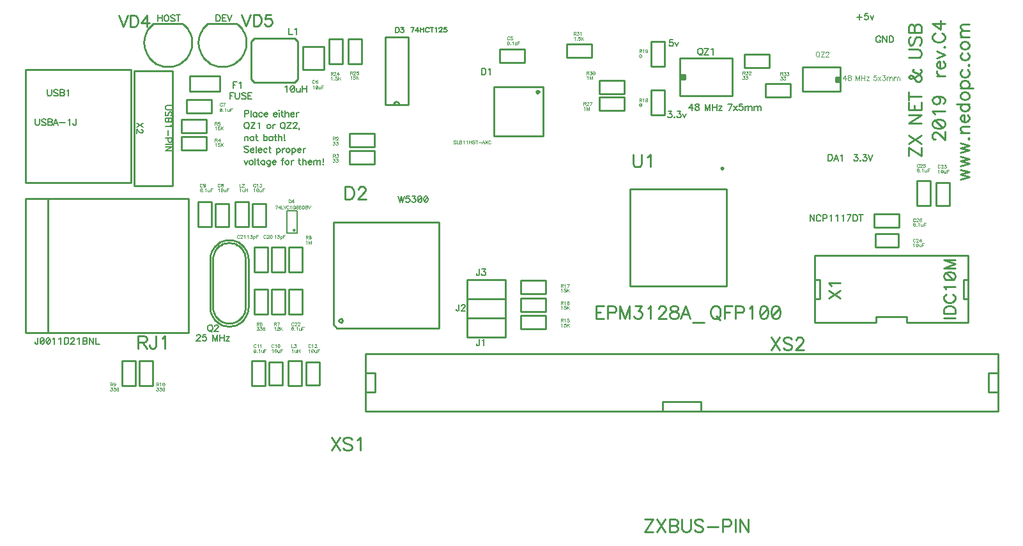
<source format=gto>
G04*
G04  File:            ZXINET.GTO, Wed Apr 03 20:41:27 2019*
G04  Source:          P-CAD 2006 PCB, Version 19.02.958, (Z:\home\lvd\d\zxiznet\pcad\revD\zxinet.pcb)*
G04  Format:          Gerber Format (RS-274-D), ASCII*
G04*
G04  Format Options:  Absolute Positioning*
G04                   Leading-Zero Suppression*
G04                   Scale Factor 1:1*
G04                   NO Circular Interpolation*
G04                   Millimeter Units*
G04                   Numeric Format: 4.4 (XXXX.XXXX)*
G04                   G54 NOT Used for Aperture Change*
G04                   Apertures Embedded*
G04*
G04  File Options:    Offset = (0.000mm,0.000mm)*
G04                   Drill Symbol Size = 2.032mm*
G04                   No Pad/Via Holes*
G04*
G04  File Contents:   No Pads*
G04                   No Vias*
G04                   Designators*
G04                   Types*
G04                   Values*
G04                   No Drill Symbols*
G04                   Top Silk*
G04*
%INZXINET.GTO*%
%ICAS*%
%MOMM*%
G04*
G04  Aperture MACROs for general use --- invoked via D-code assignment *
G04*
G04  General MACRO for flashed round with rotation and/or offset hole *
%AMROTOFFROUND*
1,1,$1,0.0000,0.0000*
1,0,$2,$3,$4*%
G04*
G04  General MACRO for flashed oval (obround) with rotation and/or offset hole *
%AMROTOFFOVAL*
21,1,$1,$2,0.0000,0.0000,$3*
1,1,$4,$5,$6*
1,1,$4,0-$5,0-$6*
1,0,$7,$8,$9*%
G04*
G04  General MACRO for flashed oval (obround) with rotation and no hole *
%AMROTOVALNOHOLE*
21,1,$1,$2,0.0000,0.0000,$3*
1,1,$4,$5,$6*
1,1,$4,0-$5,0-$6*%
G04*
G04  General MACRO for flashed rectangle with rotation and/or offset hole *
%AMROTOFFRECT*
21,1,$1,$2,0.0000,0.0000,$3*
1,0,$4,$5,$6*%
G04*
G04  General MACRO for flashed rectangle with rotation and no hole *
%AMROTRECTNOHOLE*
21,1,$1,$2,0.0000,0.0000,$3*%
G04*
G04  General MACRO for flashed rounded-rectangle *
%AMROUNDRECT*
21,1,$1,$2-$4,0.0000,0.0000,$3*
21,1,$1-$4,$2,0.0000,0.0000,$3*
1,1,$4,$5,$6*
1,1,$4,$7,$8*
1,1,$4,0-$5,0-$6*
1,1,$4,0-$7,0-$8*
1,0,$9,$10,$11*%
G04*
G04  General MACRO for flashed rounded-rectangle with rotation and no hole *
%AMROUNDRECTNOHOLE*
21,1,$1,$2-$4,0.0000,0.0000,$3*
21,1,$1-$4,$2,0.0000,0.0000,$3*
1,1,$4,$5,$6*
1,1,$4,$7,$8*
1,1,$4,0-$5,0-$6*
1,1,$4,0-$7,0-$8*%
G04*
G04  General MACRO for flashed regular polygon *
%AMREGPOLY*
5,1,$1,0.0000,0.0000,$2,$3+$4*
1,0,$5,$6,$7*%
G04*
G04  General MACRO for flashed regular polygon with no hole *
%AMREGPOLYNOHOLE*
5,1,$1,0.0000,0.0000,$2,$3+$4*%
G04*
G04  General MACRO for target *
%AMTARGET*
6,0,0,$1,$2,$3,4,$4,$5,$6*%
G04*
G04  General MACRO for mounting hole *
%AMMTHOLE*
1,1,$1,0,0*
1,0,$2,0,0*
$1=$1-$2*
$1=$1/2*
21,1,$2+$1,$3,0,0,$4*
21,1,$3,$2+$1,0,0,$4*%
G04*
G04*
G04  D10 : "Ellipse X0.254mm Y0.254mm H0.000mm 0.0deg (0.000mm,0.000mm) Draw"*
G04  Disc: OuterDia=0.2540*
%ADD10C, 0.2540*%
G04  D11 : "Ellipse X0.381mm Y0.381mm H0.000mm 0.0deg (0.000mm,0.000mm) Draw"*
G04  Disc: OuterDia=0.3810*
%ADD11C, 0.3810*%
G04  D12 : "Ellipse X0.500mm Y0.500mm H0.000mm 0.0deg (0.000mm,0.000mm) Draw"*
G04  Disc: OuterDia=0.5000*
%ADD12C, 0.5000*%
G04  D13 : "Ellipse X0.070mm Y0.070mm H0.000mm 0.0deg (0.000mm,0.000mm) Draw"*
G04  Disc: OuterDia=0.0700*
%ADD13C, 0.0700*%
G04  D14 : "Ellipse X0.600mm Y0.600mm H0.000mm 0.0deg (0.000mm,0.000mm) Draw"*
G04  Disc: OuterDia=0.6000*
%ADD14C, 0.6000*%
G04  D15 : "Ellipse X0.700mm Y0.700mm H0.000mm 0.0deg (0.000mm,0.000mm) Draw"*
G04  Disc: OuterDia=0.7000*
%ADD15C, 0.7000*%
G04  D16 : "Ellipse X0.100mm Y0.100mm H0.000mm 0.0deg (0.000mm,0.000mm) Draw"*
G04  Disc: OuterDia=0.1000*
%ADD16C, 0.1000*%
G04  D17 : "Ellipse X1.000mm Y1.000mm H0.000mm 0.0deg (0.000mm,0.000mm) Draw"*
G04  Disc: OuterDia=1.0000*
%ADD17C, 1.0000*%
G04  D18 : "Ellipse X0.127mm Y0.127mm H0.000mm 0.0deg (0.000mm,0.000mm) Draw"*
G04  Disc: OuterDia=0.1270*
%ADD18C, 0.1270*%
G04  D19 : "Ellipse X0.150mm Y0.150mm H0.000mm 0.0deg (0.000mm,0.000mm) Draw"*
G04  Disc: OuterDia=0.1500*
%ADD19C, 0.1500*%
G04  D20 : "Ellipse X0.200mm Y0.200mm H0.000mm 0.0deg (0.000mm,0.000mm) Draw"*
G04  Disc: OuterDia=0.2000*
%ADD20C, 0.2000*%
G04  D21 : "Ellipse X0.250mm Y0.250mm H0.000mm 0.0deg (0.000mm,0.000mm) Draw"*
G04  Disc: OuterDia=0.2500*
%ADD21C, 0.2500*%
G04  D22 : "Ellipse X0.250mm Y0.250mm H0.000mm 0.0deg (0.000mm,0.000mm) Draw"*
G04  Disc: OuterDia=0.2500*
%ADD22C, 0.2500*%
G04  D23 : "Ellipse X2.581mm Y2.581mm H0.000mm 0.0deg (0.000mm,0.000mm) Flash"*
G04  Disc: OuterDia=2.5810*
%ADD23C, 2.5810*%
G04  D24 : "Ellipse X3.581mm Y3.581mm H0.000mm 0.0deg (0.000mm,0.000mm) Flash"*
G04  Disc: OuterDia=3.5810*
%ADD24C, 3.5810*%
G04  D25 : "Ellipse X3.600mm Y3.600mm H0.000mm 0.0deg (0.000mm,0.000mm) Flash"*
G04  Disc: OuterDia=3.6000*
%ADD25C, 3.6000*%
G04  D26 : "Ellipse X3.981mm Y3.981mm H0.000mm 0.0deg (0.000mm,0.000mm) Flash"*
G04  Disc: OuterDia=3.9810*
%ADD26C, 3.9810*%
G04  D27 : "Ellipse X0.981mm Y0.981mm H0.000mm 0.0deg (0.000mm,0.000mm) Flash"*
G04  Disc: OuterDia=0.9810*
%ADD27C, 0.9810*%
G04  D28 : "Ellipse X1.381mm Y1.381mm H0.000mm 0.0deg (0.000mm,0.000mm) Flash"*
G04  Disc: OuterDia=1.3810*
%ADD28C, 1.3810*%
G04  D29 : "Ellipse X1.400mm Y1.400mm H0.000mm 0.0deg (0.000mm,0.000mm) Flash"*
G04  Disc: OuterDia=1.4000*
%ADD29C, 1.4000*%
G04  D30 : "Ellipse X1.500mm Y1.500mm H0.000mm 0.0deg (0.000mm,0.000mm) Flash"*
G04  Disc: OuterDia=1.5000*
%ADD30C, 1.5000*%
G04  D31 : "Ellipse X1.524mm Y1.524mm H0.000mm 0.0deg (0.000mm,0.000mm) Flash"*
G04  Disc: OuterDia=1.5240*
%ADD31C, 1.5240*%
G04  D32 : "Ellipse X1.600mm Y1.600mm H0.000mm 0.0deg (0.000mm,0.000mm) Flash"*
G04  Disc: OuterDia=1.6000*
%ADD32C, 1.6000*%
G04  D33 : "Ellipse X1.700mm Y1.700mm H0.000mm 0.0deg (0.000mm,0.000mm) Flash"*
G04  Disc: OuterDia=1.7000*
%ADD33C, 1.7000*%
G04  D34 : "Ellipse X1.781mm Y1.781mm H0.000mm 0.0deg (0.000mm,0.000mm) Flash"*
G04  Disc: OuterDia=1.7810*
%ADD34C, 1.7810*%
G04  D35 : "Ellipse X1.881mm Y1.881mm H0.000mm 0.0deg (0.000mm,0.000mm) Flash"*
G04  Disc: OuterDia=1.8810*
%ADD35C, 1.8810*%
G04  D36 : "Ellipse X1.905mm Y1.905mm H0.000mm 0.0deg (0.000mm,0.000mm) Flash"*
G04  Disc: OuterDia=1.9050*
%ADD36C, 1.9050*%
G04  D37 : "Ellipse X1.981mm Y1.981mm H0.000mm 0.0deg (0.000mm,0.000mm) Flash"*
G04  Disc: OuterDia=1.9810*
%ADD37C, 1.9810*%
G04  D38 : "Ellipse X2.081mm Y2.081mm H0.000mm 0.0deg (0.000mm,0.000mm) Flash"*
G04  Disc: OuterDia=2.0810*
%ADD38C, 2.0810*%
G04  D39 : "Ellipse X2.200mm Y2.200mm H0.000mm 0.0deg (0.000mm,0.000mm) Flash"*
G04  Disc: OuterDia=2.2000*
%ADD39C, 2.2000*%
G04  D40 : "Mounting Hole X3.200mm Y3.200mm H0.000mm 0.0deg (0.000mm,0.000mm) Flash"*
G04  Mounting Hole: Diameter=3.2000, Rotation=0.0, LineWidth=0.1270 *
%ADD40MTHOLE, 3.2000 X2.6920 X0.1270 X0.0*%
G04  D41 : "Mounting Hole X0.600mm Y0.600mm H0.000mm 0.0deg (0.000mm,0.000mm) Flash"*
G04  Mounting Hole: Diameter=0.6000, Rotation=0.0, LineWidth=0.1270 *
%ADD41MTHOLE, 0.6000 X0.0920 X0.1270 X0.0*%
G04  D42 : "Mounting Hole X1.000mm Y1.000mm H0.000mm 0.0deg (0.000mm,0.000mm) Flash"*
G04  Mounting Hole: Diameter=1.0000, Rotation=0.0, LineWidth=0.1270 *
%ADD42MTHOLE, 1.0000 X0.4920 X0.1270 X0.0*%
G04  D43 : "Rounded Rectangle X2.581mm Y2.381mm H0.000mm 0.0deg (0.000mm,0.000mm) Flash"*
G04  RoundRct: DimX=2.5810, DimY=2.3810, CornerRad=0.5953, Rotation=0.0, OffsetX=0.0000, OffsetY=0.0000, HoleDia=0.0000 *
%ADD43ROUNDRECTNOHOLE, 2.5810 X2.3810 X0.0 X1.1905 X-0.6953 X-0.5953 X-0.6953 X0.5953*%
G04  D44 : "Rounded Rectangle X2.881mm Y2.881mm H0.000mm 0.0deg (0.000mm,0.000mm) Flash"*
G04  RoundRct: DimX=2.8810, DimY=2.8810, CornerRad=0.7203, Rotation=0.0, OffsetX=0.0000, OffsetY=0.0000, HoleDia=0.0000 *
%ADD44ROUNDRECTNOHOLE, 2.8810 X2.8810 X0.0 X1.4405 X-0.7203 X-0.7203 X-0.7203 X0.7203*%
G04  D45 : "Rounded Rectangle X3.000mm Y1.600mm H0.000mm 0.0deg (0.000mm,0.000mm) Flash"*
G04  RoundRct: DimX=3.0000, DimY=1.6000, CornerRad=0.4000, Rotation=0.0, OffsetX=0.0000, OffsetY=0.0000, HoleDia=0.0000 *
%ADD45ROUNDRECTNOHOLE, 3.0000 X1.6000 X0.0 X0.8000 X-1.1000 X-0.4000 X-1.1000 X0.4000*%
G04  D46 : "Rounded Rectangle X2.000mm Y3.000mm H0.000mm 0.0deg (0.000mm,0.000mm) Flash"*
G04  RoundRct: DimX=2.0000, DimY=3.0000, CornerRad=0.5000, Rotation=0.0, OffsetX=0.0000, OffsetY=0.0000, HoleDia=0.0000 *
%ADD46ROUNDRECTNOHOLE, 2.0000 X3.0000 X0.0 X1.0000 X-0.5000 X-1.0000 X-0.5000 X1.0000*%
G04  D47 : "Rounded Rectangle X3.381mm Y1.981mm H0.000mm 0.0deg (0.000mm,0.000mm) Flash"*
G04  RoundRct: DimX=3.3810, DimY=1.9810, CornerRad=0.4953, Rotation=0.0, OffsetX=0.0000, OffsetY=0.0000, HoleDia=0.0000 *
%ADD47ROUNDRECTNOHOLE, 3.3810 X1.9810 X0.0 X0.9905 X-1.1953 X-0.4953 X-1.1953 X0.4953*%
G04  D48 : "Rounded Rectangle X2.381mm Y3.381mm H0.000mm 0.0deg (0.000mm,0.000mm) Flash"*
G04  RoundRct: DimX=2.3810, DimY=3.3810, CornerRad=0.5953, Rotation=0.0, OffsetX=0.0000, OffsetY=0.0000, HoleDia=0.0000 *
%ADD48ROUNDRECTNOHOLE, 2.3810 X3.3810 X0.0 X1.1905 X-0.5953 X-1.0953 X-0.5953 X1.0953*%
G04  D49 : "Rounded Rectangle X2.000mm Y0.500mm H0.000mm 0.0deg (0.000mm,0.000mm) Flash"*
G04  RoundRct: DimX=2.0000, DimY=0.5000, CornerRad=0.1250, Rotation=0.0, OffsetX=0.0000, OffsetY=0.0000, HoleDia=0.0000 *
%ADD49ROUNDRECTNOHOLE, 2.0000 X0.5000 X0.0 X0.2500 X-0.8750 X-0.1250 X-0.8750 X0.1250*%
G04  D50 : "Rounded Rectangle X6.200mm Y5.800mm H0.000mm 0.0deg (0.000mm,0.000mm) Flash"*
G04  RoundRct: DimX=6.2000, DimY=5.8000, CornerRad=1.4500, Rotation=0.0, OffsetX=0.0000, OffsetY=0.0000, HoleDia=0.0000 *
%ADD50ROUNDRECTNOHOLE, 6.2000 X5.8000 X0.0 X2.9000 X-1.6500 X-1.4500 X-1.6500 X1.4500*%
G04  D51 : "Rounded Rectangle X6.581mm Y6.181mm H0.000mm 0.0deg (0.000mm,0.000mm) Flash"*
G04  RoundRct: DimX=6.5810, DimY=6.1810, CornerRad=1.5453, Rotation=0.0, OffsetX=0.0000, OffsetY=0.0000, HoleDia=0.0000 *
%ADD51ROUNDRECTNOHOLE, 6.5810 X6.1810 X0.0 X3.0905 X-1.7453 X-1.5453 X-1.7453 X1.5453*%
G04  D52 : "Rounded Rectangle X1.300mm Y0.700mm H0.000mm 0.0deg (0.000mm,0.000mm) Flash"*
G04  RoundRct: DimX=1.3000, DimY=0.7000, CornerRad=0.1750, Rotation=0.0, OffsetX=0.0000, OffsetY=0.0000, HoleDia=0.0000 *
%ADD52ROUNDRECTNOHOLE, 1.3000 X0.7000 X0.0 X0.3500 X-0.4750 X-0.1750 X-0.4750 X0.1750*%
G04  D53 : "Rounded Rectangle X2.381mm Y0.881mm H0.000mm 0.0deg (0.000mm,0.000mm) Flash"*
G04  RoundRct: DimX=2.3810, DimY=0.8810, CornerRad=0.2203, Rotation=0.0, OffsetX=0.0000, OffsetY=0.0000, HoleDia=0.0000 *
%ADD53ROUNDRECTNOHOLE, 2.3810 X0.8810 X0.0 X0.4405 X-0.9703 X-0.2203 X-0.9703 X0.2203*%
G04  D54 : "Rounded Rectangle X1.681mm Y1.081mm H0.000mm 0.0deg (0.000mm,0.000mm) Flash"*
G04  RoundRct: DimX=1.6810, DimY=1.0810, CornerRad=0.2703, Rotation=0.0, OffsetX=0.0000, OffsetY=0.0000, HoleDia=0.0000 *
%ADD54ROUNDRECTNOHOLE, 1.6810 X1.0810 X0.0 X0.5405 X-0.5702 X-0.2703 X-0.5702 X0.2703*%
G04  D55 : "Rounded Rectangle X1.500mm Y2.000mm H0.000mm 0.0deg (0.000mm,0.000mm) Flash"*
G04  RoundRct: DimX=1.5000, DimY=2.0000, CornerRad=0.3750, Rotation=0.0, OffsetX=0.0000, OffsetY=0.0000, HoleDia=0.0000 *
%ADD55ROUNDRECTNOHOLE, 1.5000 X2.0000 X0.0 X0.7500 X-0.3750 X-0.6250 X-0.3750 X0.6250*%
G04  D56 : "Rounded Rectangle X2.000mm Y1.500mm H0.000mm 0.0deg (0.000mm,0.000mm) Flash"*
G04  RoundRct: DimX=2.0000, DimY=1.5000, CornerRad=0.3750, Rotation=0.0, OffsetX=0.0000, OffsetY=0.0000, HoleDia=0.0000 *
%ADD56ROUNDRECTNOHOLE, 2.0000 X1.5000 X0.0 X0.7500 X-0.6250 X-0.3750 X-0.6250 X0.3750*%
G04  D57 : "Rounded Rectangle X1.600mm Y0.300mm H0.000mm 0.0deg (0.000mm,0.000mm) Flash"*
G04  RoundRct: DimX=1.6000, DimY=0.3000, CornerRad=0.0750, Rotation=0.0, OffsetX=0.0000, OffsetY=0.0000, HoleDia=0.0000 *
%ADD57ROUNDRECTNOHOLE, 1.6000 X0.3000 X0.0 X0.1500 X-0.7250 X-0.0750 X-0.7250 X0.0750*%
G04  D58 : "Rounded Rectangle X0.300mm Y1.600mm H0.000mm 0.0deg (0.000mm,0.000mm) Flash"*
G04  RoundRct: DimX=0.3000, DimY=1.6000, CornerRad=0.0750, Rotation=0.0, OffsetX=0.0000, OffsetY=0.0000, HoleDia=0.0000 *
%ADD58ROUNDRECTNOHOLE, 0.3000 X1.6000 X0.0 X0.1500 X-0.0750 X-0.7250 X-0.0750 X0.7250*%
G04  D59 : "Rounded Rectangle X3.000mm Y1.700mm H0.000mm 0.0deg (0.000mm,0.000mm) Flash"*
G04  RoundRct: DimX=3.0000, DimY=1.7000, CornerRad=0.4250, Rotation=0.0, OffsetX=0.0000, OffsetY=0.0000, HoleDia=0.0000 *
%ADD59ROUNDRECTNOHOLE, 3.0000 X1.7000 X0.0 X0.8500 X-1.0750 X-0.4250 X-1.0750 X0.4250*%
G04  D60 : "Rounded Rectangle X1.881mm Y2.381mm H0.000mm 0.0deg (0.000mm,0.000mm) Flash"*
G04  RoundRct: DimX=1.8810, DimY=2.3810, CornerRad=0.4703, Rotation=0.0, OffsetX=0.0000, OffsetY=0.0000, HoleDia=0.0000 *
%ADD60ROUNDRECTNOHOLE, 1.8810 X2.3810 X0.0 X0.9405 X-0.4703 X-0.7203 X-0.4703 X0.7203*%
G04  D61 : "Rounded Rectangle X2.381mm Y1.881mm H0.000mm 0.0deg (0.000mm,0.000mm) Flash"*
G04  RoundRct: DimX=2.3810, DimY=1.8810, CornerRad=0.4703, Rotation=0.0, OffsetX=0.0000, OffsetY=0.0000, HoleDia=0.0000 *
%ADD61ROUNDRECTNOHOLE, 2.3810 X1.8810 X0.0 X0.9405 X-0.7203 X-0.4703 X-0.7203 X0.4703*%
G04  D62 : "Rounded Rectangle X1.981mm Y0.681mm H0.000mm 0.0deg (0.000mm,0.000mm) Flash"*
G04  RoundRct: DimX=1.9810, DimY=0.6810, CornerRad=0.1703, Rotation=0.0, OffsetX=0.0000, OffsetY=0.0000, HoleDia=0.0000 *
%ADD62ROUNDRECTNOHOLE, 1.9810 X0.6810 X0.0 X0.3405 X-0.8203 X-0.1703 X-0.8203 X0.1703*%
G04  D63 : "Rounded Rectangle X0.681mm Y1.981mm H0.000mm 0.0deg (0.000mm,0.000mm) Flash"*
G04  RoundRct: DimX=0.6810, DimY=1.9810, CornerRad=0.1703, Rotation=0.0, OffsetX=0.0000, OffsetY=0.0000, HoleDia=0.0000 *
%ADD63ROUNDRECTNOHOLE, 0.6810 X1.9810 X0.0 X0.3405 X-0.1703 X-0.8203 X-0.1703 X0.8203*%
G04  D64 : "Rounded Rectangle X3.000mm Y2.000mm H0.000mm 0.0deg (0.000mm,0.000mm) Flash"*
G04  RoundRct: DimX=3.0000, DimY=2.0000, CornerRad=0.5000, Rotation=0.0, OffsetX=0.0000, OffsetY=0.0000, HoleDia=0.0000 *
%ADD64ROUNDRECTNOHOLE, 3.0000 X2.0000 X0.0 X1.0000 X-1.0000 X-0.5000 X-1.0000 X0.5000*%
G04  D65 : "Rounded Rectangle X2.000mm Y0.650mm H0.000mm 0.0deg (0.000mm,0.000mm) Flash"*
G04  RoundRct: DimX=2.0000, DimY=0.6500, CornerRad=0.1625, Rotation=0.0, OffsetX=0.0000, OffsetY=0.0000, HoleDia=0.0000 *
%ADD65ROUNDRECTNOHOLE, 2.0000 X0.6500 X0.0 X0.3250 X-0.8375 X-0.1625 X-0.8375 X0.1625*%
G04  D66 : "Rounded Rectangle X2.000mm Y2.000mm H0.000mm 0.0deg (0.000mm,0.000mm) Flash"*
G04  RoundRct: DimX=2.0000, DimY=2.0000, CornerRad=0.5000, Rotation=0.0, OffsetX=0.0000, OffsetY=0.0000, HoleDia=0.0000 *
%ADD66ROUNDRECTNOHOLE, 2.0000 X2.0000 X0.0 X1.0000 X-0.5000 X-0.5000 X-0.5000 X0.5000*%
G04  D67 : "Rounded Rectangle X3.381mm Y2.081mm H0.000mm 0.0deg (0.000mm,0.000mm) Flash"*
G04  RoundRct: DimX=3.3810, DimY=2.0810, CornerRad=0.5202, Rotation=0.0, OffsetX=0.0000, OffsetY=0.0000, HoleDia=0.0000 *
%ADD67ROUNDRECTNOHOLE, 3.3810 X2.0810 X0.0 X1.0405 X-1.1703 X-0.5202 X-1.1703 X0.5202*%
G04  D68 : "Rounded Rectangle X2.200mm Y2.000mm H0.000mm 0.0deg (0.000mm,0.000mm) Flash"*
G04  RoundRct: DimX=2.2000, DimY=2.0000, CornerRad=0.5000, Rotation=0.0, OffsetX=0.0000, OffsetY=0.0000, HoleDia=0.0000 *
%ADD68ROUNDRECTNOHOLE, 2.2000 X2.0000 X0.0 X1.0000 X-0.6000 X-0.5000 X-0.6000 X0.5000*%
G04  D69 : "Rounded Rectangle X3.381mm Y2.381mm H0.000mm 0.0deg (0.000mm,0.000mm) Flash"*
G04  RoundRct: DimX=3.3810, DimY=2.3810, CornerRad=0.5953, Rotation=0.0, OffsetX=0.0000, OffsetY=0.0000, HoleDia=0.0000 *
%ADD69ROUNDRECTNOHOLE, 3.3810 X2.3810 X0.0 X1.1905 X-1.0953 X-0.5953 X-1.0953 X0.5953*%
G04  D70 : "Rounded Rectangle X2.381mm Y1.031mm H0.000mm 0.0deg (0.000mm,0.000mm) Flash"*
G04  RoundRct: DimX=2.3810, DimY=1.0310, CornerRad=0.2578, Rotation=0.0, OffsetX=0.0000, OffsetY=0.0000, HoleDia=0.0000 *
%ADD70ROUNDRECTNOHOLE, 2.3810 X1.0310 X0.0 X0.5155 X-0.9328 X-0.2578 X-0.9328 X0.2578*%
G04  D71 : "Rounded Rectangle X2.381mm Y2.381mm H0.000mm 0.0deg (0.000mm,0.000mm) Flash"*
G04  RoundRct: DimX=2.3810, DimY=2.3810, CornerRad=0.5953, Rotation=0.0, OffsetX=0.0000, OffsetY=0.0000, HoleDia=0.0000 *
%ADD71ROUNDRECTNOHOLE, 2.3810 X2.3810 X0.0 X1.1905 X-0.5953 X-0.5953 X-0.5953 X0.5953*%
G04  D72 : "Rounded Rectangle X2.500mm Y2.500mm H0.000mm 0.0deg (0.000mm,0.000mm) Flash"*
G04  RoundRct: DimX=2.5000, DimY=2.5000, CornerRad=0.6250, Rotation=0.0, OffsetX=0.0000, OffsetY=0.0000, HoleDia=0.0000 *
%ADD72ROUNDRECTNOHOLE, 2.5000 X2.5000 X0.0 X1.2500 X-0.6250 X-0.6250 X-0.6250 X0.6250*%
G04  D73 : "Rectangle X1.500mm Y10.000mm H0.000mm 0.0deg (0.000mm,0.000mm) Flash"*
G04  Rectangular: DimX=1.5000, DimY=10.0000, Rotation=0.0, OffsetX=0.0000, OffsetY=0.0000, HoleDia=0.0000 *
%ADD73R, 1.5000 X10.0000*%
G04  D74 : "Rectangle X1.500mm Y1.500mm H0.000mm 0.0deg (0.000mm,0.000mm) Flash"*
G04  Square: Side=1.5000, Rotation=0.0, OffsetX=0.0000, OffsetY=0.0000, HoleDia=0.0000*
%ADD74R, 1.5000 X1.5000*%
G04  D75 : "Rectangle X1.524mm Y1.524mm H0.000mm 0.0deg (0.000mm,0.000mm) Flash"*
G04  Square: Side=1.5240, Rotation=0.0, OffsetX=0.0000, OffsetY=0.0000, HoleDia=0.0000*
%ADD75R, 1.5240 X1.5240*%
G04  D76 : "Rectangle X1.600mm Y0.300mm H0.000mm 0.0deg (0.000mm,0.000mm) Flash"*
G04  Rectangular: DimX=1.6000, DimY=0.3000, Rotation=0.0, OffsetX=0.0000, OffsetY=0.0000, HoleDia=0.0000 *
%ADD76R, 1.6000 X0.3000*%
G04  D77 : "Rectangle X0.300mm Y1.600mm H0.000mm 0.0deg (0.000mm,0.000mm) Flash"*
G04  Rectangular: DimX=0.3000, DimY=1.6000, Rotation=0.0, OffsetX=0.0000, OffsetY=0.0000, HoleDia=0.0000 *
%ADD77R, 0.3000 X1.6000*%
G04  D78 : "Rectangle X1.600mm Y1.600mm H0.000mm 0.0deg (0.000mm,0.000mm) Flash"*
G04  Square: Side=1.6000, Rotation=0.0, OffsetX=0.0000, OffsetY=0.0000, HoleDia=0.0000*
%ADD78R, 1.6000 X1.6000*%
G04  D79 : "Rectangle X1.881mm Y10.381mm H0.000mm 0.0deg (0.000mm,0.000mm) Flash"*
G04  Rectangular: DimX=1.8810, DimY=10.3810, Rotation=0.0, OffsetX=0.0000, OffsetY=0.0000, HoleDia=0.0000 *
%ADD79R, 1.8810 X10.3810*%
G04  D80 : "Rectangle X1.881mm Y1.881mm H0.000mm 0.0deg (0.000mm,0.000mm) Flash"*
G04  Square: Side=1.8810, Rotation=0.0, OffsetX=0.0000, OffsetY=0.0000, HoleDia=0.0000*
%ADD80R, 1.8810 X1.8810*%
G04  D81 : "Rectangle X1.905mm Y1.905mm H0.000mm 0.0deg (0.000mm,0.000mm) Flash"*
G04  Square: Side=1.9050, Rotation=0.0, OffsetX=0.0000, OffsetY=0.0000, HoleDia=0.0000*
%ADD81R, 1.9050 X1.9050*%
G04  D82 : "Rectangle X1.981mm Y0.681mm H0.000mm 0.0deg (0.000mm,0.000mm) Flash"*
G04  Rectangular: DimX=1.9810, DimY=0.6810, Rotation=0.0, OffsetX=0.0000, OffsetY=0.0000, HoleDia=0.0000 *
%ADD82R, 1.9810 X0.6810*%
G04  D83 : "Rectangle X0.681mm Y1.981mm H0.000mm 0.0deg (0.000mm,0.000mm) Flash"*
G04  Rectangular: DimX=0.6810, DimY=1.9810, Rotation=0.0, OffsetX=0.0000, OffsetY=0.0000, HoleDia=0.0000 *
%ADD83R, 0.6810 X1.9810*%
G04  D84 : "Rectangle X1.981mm Y1.981mm H0.000mm 0.0deg (0.000mm,0.000mm) Flash"*
G04  Square: Side=1.9810, Rotation=0.0, OffsetX=0.0000, OffsetY=0.0000, HoleDia=0.0000*
%ADD84R, 1.9810 X1.9810*%
G04  D85 : "Ellipse X5.500mm Y5.500mm H0.000mm 0.0deg (0.000mm,0.000mm) Flash"*
G04  Disc: OuterDia=5.5000*
%ADD85C, 5.5000*%
G04  D86 : "Ellipse X5.881mm Y5.881mm H0.000mm 0.0deg (0.000mm,0.000mm) Flash"*
G04  Disc: OuterDia=5.8810*
%ADD86C, 5.8810*%
G04  D87 : "Ellipse X1.000mm Y1.000mm H0.000mm 0.0deg (0.000mm,0.000mm) Flash"*
G04  Disc: OuterDia=1.0000*
%ADD87C, 1.0000*%
G04*
%FSLAX44Y44*%
%SFA1B1*%
%OFA0.000B0.000*%
G04*
G71*
G90*
G01*
D2*
%LNTop Silk*%
D18*
X332587Y4551112*
Y4542778D1*
X338143Y4551112D2*
Y4542778D1*
X332587Y4547143D2*
X338143D1*
X343303Y4551112D2*
X342509Y4550715D1*
X341715Y4549921*
X341318Y4549128*
X340921Y4547937*
Y4545953*
X341318Y4544762*
X341715Y4543968*
X342509Y4543175*
X343303Y4542778*
X344890*
X345684Y4543175*
X346478Y4543968*
X346874Y4544762*
X347271Y4545953*
Y4547937*
X346874Y4549128*
X346478Y4549921*
X345684Y4550715*
X344890Y4551112*
X343303*
X355209Y4549921D2*
X354415Y4550715D1*
X353225Y4551112*
X351637*
X350446Y4550715*
X349653Y4549921*
Y4549128*
X350050Y4548334*
X350446Y4547937*
X351240Y4547540*
X353621Y4546746*
X354415Y4546350*
X354812Y4545953*
X355209Y4545159*
Y4543968*
X354415Y4543175*
X353225Y4542778*
X351637*
X350446Y4543175*
X349653Y4543968*
X359575Y4551112D2*
Y4542778D1*
X356796Y4551112D2*
X362353D1*
X409615Y4551307D2*
Y4542826D1*
X412442*
X413653Y4543230*
X414461Y4544038*
X414865Y4544846*
X415269Y4546057*
Y4548076*
X414865Y4549288*
X414461Y4550095*
X413653Y4550903*
X412442Y4551307*
X409615*
X423345D2*
X418095D1*
Y4542826*
X423345*
X418095Y4547269D2*
X421326D1*
X424557Y4551307D2*
X427787Y4542826D1*
X431018Y4551307*
X1014953Y4518112D2*
X1010984D1*
X1010587Y4514540*
X1010984Y4514937*
X1012175Y4515334*
X1013365*
X1014556Y4514937*
X1015350Y4514143*
X1015746Y4512953*
Y4512159*
X1015350Y4510968*
X1014556Y4510175*
X1013365Y4509778*
X1012175*
X1010984Y4510175*
X1010587Y4510571*
X1010190Y4511365*
X1017731Y4515334D2*
X1020112Y4509778D1*
X1022493Y4515334*
X1262243Y4552084D2*
Y4544823D1*
X1258613Y4548454D2*
X1265874D1*
X1273538Y4553294D2*
X1269504D1*
X1269101Y4549664*
X1269504Y4550067*
X1270714Y4550471*
X1271924*
X1273135Y4550067*
X1273941Y4549260*
X1274345Y4548050*
Y4547243*
X1273941Y4546033*
X1273135Y4545227*
X1271924Y4544823*
X1270714*
X1269504Y4545227*
X1269101Y4545630*
X1268697Y4546437*
X1276362Y4550471D2*
X1278782Y4544823D1*
X1281202Y4550471*
X1009014Y4423283D2*
X1013447D1*
X1011029Y4420059*
X1012238*
X1013044Y4419656*
X1013447Y4419253*
X1013850Y4418044*
Y4417238*
X1013447Y4416029*
X1012641Y4415223*
X1011432Y4414820*
X1010223*
X1009014Y4415223*
X1008611Y4415626*
X1008208Y4416432*
X1017074Y4415626D2*
X1016671Y4415223D1*
X1017074Y4414820*
X1017477Y4415223*
X1017074Y4415626*
X1021104Y4423283D2*
X1025537D1*
X1023119Y4420059*
X1024328*
X1025134Y4419656*
X1025537Y4419253*
X1025940Y4418044*
Y4417238*
X1025537Y4416029*
X1024731Y4415223*
X1023522Y4414820*
X1022313*
X1021104Y4415223*
X1020701Y4415626*
X1020298Y4416432*
X1027954Y4420462D2*
X1030372Y4414820D1*
X1032790Y4420462*
X1290143Y4521128D2*
X1289746Y4521921D1*
X1288953Y4522715*
X1288159Y4523112*
X1286571*
X1285778Y4522715*
X1284984Y4521921*
X1284587Y4521128*
X1284190Y4519937*
Y4517953*
X1284587Y4516762*
X1284984Y4515968*
X1285778Y4515175*
X1286571Y4514778*
X1288159*
X1288953Y4515175*
X1289746Y4515968*
X1290143Y4516762*
Y4517953*
X1288159*
X1298478Y4523112D2*
Y4514778D1*
X1292921Y4523112*
Y4514778*
X1301653Y4523112D2*
Y4514778D1*
X1304431*
X1305621Y4515175*
X1306415Y4515968*
X1306812Y4516762*
X1307209Y4517953*
Y4519937*
X1306812Y4521128*
X1306415Y4521921*
X1305621Y4522715*
X1304431Y4523112*
X1301653*
X447593Y4420272D2*
X451178D1*
X452373Y4420670*
X452771Y4421068*
X453170Y4421865*
Y4423060*
X452771Y4423857*
X452373Y4424255*
X451178Y4424653*
X447593*
Y4416288*
X455958Y4424653D2*
Y4416288D1*
X463527Y4421865D2*
Y4416288D1*
Y4420670D2*
X462730Y4421467D1*
X461933Y4421865*
X460738*
X459942Y4421467*
X459145Y4420670*
X458747Y4419475*
Y4418678*
X459145Y4417483*
X459942Y4416686*
X460738Y4416288*
X461933*
X462730Y4416686*
X463527Y4417483*
X471096Y4420670D2*
X470299Y4421467D1*
X469502Y4421865*
X468307*
X467510Y4421467*
X466714Y4420670*
X466315Y4419475*
Y4418678*
X466714Y4417483*
X467510Y4416686*
X468307Y4416288*
X469502*
X470299Y4416686*
X471096Y4417483*
X473486Y4419475D2*
X478266D1*
Y4420272*
X477868Y4421068*
X477469Y4421467*
X476672Y4421865*
X475477*
X474681Y4421467*
X473884Y4420670*
X473486Y4419475*
Y4418678*
X473884Y4417483*
X474681Y4416686*
X475477Y4416288*
X476672*
X477469Y4416686*
X478266Y4417483*
X485834Y4419475D2*
X490615D1*
Y4420272*
X490216Y4421068*
X489818Y4421467*
X489021Y4421865*
X487826*
X487030Y4421467*
X486233Y4420670*
X485834Y4419475*
Y4418678*
X486233Y4417483*
X487030Y4416686*
X487826Y4416288*
X489021*
X489818Y4416686*
X490615Y4417483*
X493005Y4424653D2*
X493403Y4424255D1*
X493801Y4424653*
X493403Y4425052*
X493005Y4424653*
X493403Y4421865D2*
Y4416288D1*
X496988Y4424653D2*
Y4417881D1*
X497387Y4416686*
X498183Y4416288*
X498980*
X495793Y4421865D2*
X498582D1*
X501370Y4424653D2*
Y4416288D1*
Y4420272D2*
X502565Y4421467D1*
X503362Y4421865*
X504557*
X505354Y4421467*
X505752Y4420272*
Y4416288*
X508540Y4419475D2*
X513321D1*
Y4420272*
X512922Y4421068*
X512524Y4421467*
X511727Y4421865*
X510532*
X509736Y4421467*
X508939Y4420670*
X508540Y4419475*
Y4418678*
X508939Y4417483*
X509736Y4416686*
X510532Y4416288*
X511727*
X512524Y4416686*
X513321Y4417483*
X516109Y4421865D2*
Y4416288D1*
Y4419475D2*
X516507Y4420670D1*
X517304Y4421467*
X518101Y4421865*
X519296*
X449585Y4408778D2*
X448788Y4408380D1*
X447991Y4407583*
X447593Y4406787*
X447195Y4405592*
Y4403600*
X447593Y4402405*
X447991Y4401608*
X448788Y4400811*
X449585Y4400413*
X451178*
X451975Y4400811*
X452771Y4401608*
X453170Y4402405*
X453568Y4403600*
Y4405592*
X453170Y4406787*
X452771Y4407583*
X451975Y4408380*
X451178Y4408778*
X449585*
X450780Y4402006D2*
X453170Y4399616D1*
X455958Y4408778D2*
X461535D1*
X455958Y4400413*
X461535*
X465120Y4407185D2*
X465917Y4407583D1*
X467112Y4408778*
Y4400413*
X479063Y4405990D2*
X478266Y4405592D1*
X477469Y4404795*
X477071Y4403600*
Y4402803*
X477469Y4401608*
X478266Y4400811*
X479063Y4400413*
X480258*
X481054Y4400811*
X481851Y4401608*
X482249Y4402803*
Y4403600*
X481851Y4404795*
X481054Y4405592*
X480258Y4405990*
X479063*
X485038D2*
Y4400413D1*
Y4403600D2*
X485436Y4404795D1*
X486233Y4405592*
X487030Y4405990*
X488225*
X497387Y4408778D2*
X496590Y4408380D1*
X495793Y4407583*
X495395Y4406787*
X494997Y4405592*
Y4403600*
X495395Y4402405*
X495793Y4401608*
X496590Y4400811*
X497387Y4400413*
X498980*
X499777Y4400811*
X500573Y4401608*
X500972Y4402405*
X501370Y4403600*
Y4405592*
X500972Y4406787*
X500573Y4407583*
X499777Y4408380*
X498980Y4408778*
X497387*
X498582Y4402006D2*
X500972Y4399616D1*
X503760Y4408778D2*
X509337D1*
X503760Y4400413*
X509337*
X512126Y4406787D2*
Y4407185D1*
X512524Y4407982*
X512922Y4408380*
X513719Y4408778*
X515312*
X516109Y4408380*
X516507Y4407982*
X516906Y4407185*
Y4406388*
X516507Y4405592*
X515711Y4404397*
X511727Y4400413*
X517304*
X520093Y4400811D2*
X519694Y4400413D1*
X519296Y4400811*
X519694Y4401210*
X520093Y4400811*
Y4400015*
X519694Y4399218*
X519296Y4398820*
X447593Y4390115D2*
Y4384538D1*
Y4388522D2*
X448788Y4389717D1*
X449585Y4390115*
X450780*
X451576Y4389717*
X451975Y4388522*
Y4384538*
X456755Y4390115D2*
X455958Y4389717D1*
X455162Y4388920*
X454763Y4387725*
Y4386928*
X455162Y4385733*
X455958Y4384936*
X456755Y4384538*
X457950*
X458747Y4384936*
X459543Y4385733*
X459942Y4386928*
Y4387725*
X459543Y4388920*
X458747Y4389717*
X457950Y4390115*
X456755*
X463129Y4392903D2*
Y4386131D1*
X463527Y4384936*
X464324Y4384538*
X465120*
X461934Y4390115D2*
X464722D1*
X472689Y4392903D2*
Y4384538D1*
Y4388920D2*
X473486Y4389717D1*
X474282Y4390115*
X475477*
X476274Y4389717*
X477071Y4388920*
X477469Y4387725*
Y4386928*
X477071Y4385733*
X476274Y4384936*
X475477Y4384538*
X474282*
X473486Y4384936*
X472689Y4385733*
X481851Y4390115D2*
X481054Y4389717D1*
X480258Y4388920*
X479859Y4387725*
Y4386928*
X480258Y4385733*
X481054Y4384936*
X481851Y4384538*
X483046*
X483843Y4384936*
X484639Y4385733*
X485038Y4386928*
Y4387725*
X484639Y4388920*
X483843Y4389717*
X483046Y4390115*
X481851*
X488225Y4392903D2*
Y4386131D1*
X488623Y4384936*
X489420Y4384538*
X490216*
X487030Y4390115D2*
X489818D1*
X492606Y4392903D2*
Y4384538D1*
Y4388522D2*
X493801Y4389717D1*
X494598Y4390115*
X495793*
X496590Y4389717*
X496988Y4388522*
Y4384538*
X500573Y4392903D2*
Y4387326D1*
Y4385335D2*
X500175Y4384936D1*
X500573Y4384538*
X500972Y4384936*
X500573Y4385335*
X452771Y4375833D2*
X451975Y4376630D1*
X450780Y4377028*
X449186*
X447991Y4376630*
X447195Y4375833*
Y4375037*
X447593Y4374240*
X447991Y4373842*
X448788Y4373443*
X451178Y4372647*
X451975Y4372248*
X452373Y4371850*
X452771Y4371053*
Y4369858*
X451975Y4369061*
X450780Y4368663*
X449186*
X447991Y4369061*
X447195Y4369858*
X455162Y4371850D2*
X459942D1*
Y4372647*
X459543Y4373443*
X459145Y4373842*
X458348Y4374240*
X457153*
X456357Y4373842*
X455560Y4373045*
X455162Y4371850*
Y4371053*
X455560Y4369858*
X456357Y4369061*
X457153Y4368663*
X458348*
X459145Y4369061*
X459942Y4369858*
X462730Y4377028D2*
Y4368663D1*
X465519Y4371850D2*
X470299D1*
Y4372647*
X469901Y4373443*
X469502Y4373842*
X468705Y4374240*
X467510*
X466714Y4373842*
X465917Y4373045*
X465519Y4371850*
Y4371053*
X465917Y4369858*
X466714Y4369061*
X467510Y4368663*
X468705*
X469502Y4369061*
X470299Y4369858*
X477469Y4373045D2*
X476672Y4373842D1*
X475876Y4374240*
X474681*
X473884Y4373842*
X473087Y4373045*
X472689Y4371850*
Y4371053*
X473087Y4369858*
X473884Y4369061*
X474681Y4368663*
X475876*
X476672Y4369061*
X477469Y4369858*
X480656Y4377028D2*
Y4370256D1*
X481054Y4369061*
X481851Y4368663*
X482648*
X479461Y4374240D2*
X482249D1*
X490216D2*
Y4365875D1*
Y4373045D2*
X491013Y4373842D1*
X491810Y4374240*
X493005*
X493801Y4373842*
X494598Y4373045*
X494997Y4371850*
Y4371053*
X494598Y4369858*
X493801Y4369061*
X493005Y4368663*
X491810*
X491013Y4369061*
X490216Y4369858*
X497785Y4374240D2*
Y4368663D1*
Y4371850D2*
X498183Y4373045D1*
X498980Y4373842*
X499777Y4374240*
X500972*
X504557D2*
X503760Y4373842D1*
X502964Y4373045*
X502565Y4371850*
Y4371053*
X502964Y4369858*
X503760Y4369061*
X504557Y4368663*
X505752*
X506549Y4369061*
X507345Y4369858*
X507744Y4371053*
Y4371850*
X507345Y4373045*
X506549Y4373842*
X505752Y4374240*
X504557*
X510532D2*
Y4365875D1*
Y4373045D2*
X511329Y4373842D1*
X512126Y4374240*
X513321*
X514117Y4373842*
X514914Y4373045*
X515312Y4371850*
Y4371053*
X514914Y4369858*
X514117Y4369061*
X513321Y4368663*
X512126*
X511329Y4369061*
X510532Y4369858*
X517702Y4371850D2*
X522483D1*
Y4372647*
X522084Y4373443*
X521686Y4373842*
X520889Y4374240*
X519694*
X518898Y4373842*
X518101Y4373045*
X517702Y4371850*
Y4371053*
X518101Y4369858*
X518898Y4369061*
X519694Y4368663*
X520889*
X521686Y4369061*
X522483Y4369858*
X525271Y4374240D2*
Y4368663D1*
Y4371850D2*
X525669Y4373045D1*
X526466Y4373842*
X527263Y4374240*
X528458*
X446796Y4358365D2*
X449186Y4352788D1*
X451576Y4358365*
X455560D2*
X454763Y4357967D1*
X453967Y4357170*
X453568Y4355975*
Y4355178*
X453967Y4353983*
X454763Y4353186*
X455560Y4352788*
X456755*
X457552Y4353186*
X458348Y4353983*
X458747Y4355178*
Y4355975*
X458348Y4357170*
X457552Y4357967*
X456755Y4358365*
X455560*
X461535Y4361153D2*
Y4352788D1*
X465120Y4361153D2*
Y4354381D1*
X465519Y4353186*
X466315Y4352788*
X467112*
X463925Y4358365D2*
X466714D1*
X473884D2*
Y4352788D1*
Y4357170D2*
X473087Y4357967D1*
X472291Y4358365*
X471096*
X470299Y4357967*
X469502Y4357170*
X469104Y4355975*
Y4355178*
X469502Y4353983*
X470299Y4353186*
X471096Y4352788*
X472291*
X473087Y4353186*
X473884Y4353983*
X481453Y4358365D2*
Y4351991D1*
X481054Y4350796*
X480656Y4350398*
X479859Y4350000*
X478664*
X477868Y4350398*
X481453Y4357170D2*
X480656Y4357967D1*
X479859Y4358365*
X478664*
X477868Y4357967*
X477071Y4357170*
X476672Y4355975*
Y4355178*
X477071Y4353983*
X477868Y4353186*
X478664Y4352788*
X479859*
X480656Y4353186*
X481453Y4353983*
X484241Y4355975D2*
X489021D1*
Y4356772*
X488623Y4357568*
X488225Y4357967*
X487428Y4358365*
X486233*
X485436Y4357967*
X484639Y4357170*
X484241Y4355975*
Y4355178*
X484639Y4353983*
X485436Y4353186*
X486233Y4352788*
X487428*
X488225Y4353186*
X489021Y4353983*
X499378Y4361153D2*
X498582D1*
X497785Y4360755*
X497387Y4359560*
Y4352788*
X496192Y4358365D2*
X498980D1*
X503362D2*
X502565Y4357967D1*
X501769Y4357170*
X501370Y4355975*
Y4355178*
X501769Y4353983*
X502565Y4353186*
X503362Y4352788*
X504557*
X505354Y4353186*
X506150Y4353983*
X506549Y4355178*
Y4355975*
X506150Y4357170*
X505354Y4357967*
X504557Y4358365*
X503362*
X509337D2*
Y4352788D1*
Y4355975D2*
X509735Y4357170D1*
X510532Y4357967*
X511329Y4358365*
X512524*
X520093Y4361153D2*
Y4354381D1*
X520491Y4353186*
X521288Y4352788*
X522084*
X518898Y4358365D2*
X521686D1*
X524474Y4361153D2*
Y4352788D1*
Y4356772D2*
X525669Y4357967D1*
X526466Y4358365*
X527661*
X528458Y4357967*
X528856Y4356772*
Y4352788*
X531645Y4355975D2*
X536425D1*
Y4356772*
X536027Y4357568*
X535628Y4357967*
X534832Y4358365*
X533637*
X532840Y4357967*
X532043Y4357170*
X531645Y4355975*
Y4355178*
X532043Y4353983*
X532840Y4353186*
X533637Y4352788*
X534832*
X535628Y4353186*
X536425Y4353983*
X539213Y4358365D2*
Y4352788D1*
Y4356772D2*
X540408Y4357967D1*
X541205Y4358365*
X542400*
X543197Y4357967*
X543595Y4356772*
Y4352788*
Y4356772D2*
X544790Y4357967D1*
X545587Y4358365*
X546782*
X547579Y4357967*
X547977Y4356772*
Y4352788*
X551562Y4361153D2*
Y4355576D1*
Y4353585D2*
X551164Y4353186D1*
X551562Y4352788*
X551961Y4353186*
X551562Y4353585*
D2*
D10*
X1327192Y4364461*
Y4375615D1*
X1343923Y4364461*
Y4375615*
X1327192Y4380396D2*
X1343923Y4391549D1*
X1327192D2*
X1343923Y4380396D1*
X1327192Y4418638D2*
X1343923D1*
X1327192Y4407484*
X1343923*
X1327192Y4435369D2*
Y4425011D1*
X1343923*
Y4435369*
X1335159Y4425011D2*
Y4431385D1*
X1327192Y4443336D2*
X1343923D1*
X1327192Y4437759D2*
Y4448913D1*
X1334362Y4478391D2*
X1333565D1*
X1332769Y4477594*
Y4476798*
X1333565Y4476001*
X1335159Y4475204*
X1339142Y4473611*
X1341532Y4472017*
X1343126Y4470424*
X1343923Y4468831*
Y4465644*
X1343126Y4464050*
X1342329Y4463254*
X1340736Y4462457*
X1339142*
X1337549Y4463254*
X1336752Y4464050*
X1333565Y4469627*
X1332769Y4470424*
X1331175Y4471221*
X1329582*
X1327988Y4470424*
X1327192Y4468831*
X1327988Y4467237*
X1329582Y4466440*
X1331175*
X1333565Y4467237*
X1335955Y4468831*
X1341532Y4472814*
X1343126Y4474408*
X1343923Y4476001*
Y4477594*
X1343126Y4478391*
X1342329*
X1327192Y4494325D2*
X1339142D1*
X1341532Y4495122*
X1343126Y4496715*
X1343923Y4499106*
Y4500699*
X1343126Y4503089*
X1341532Y4504683*
X1339142Y4505479*
X1327192*
X1329582Y4522210D2*
X1327988Y4520617D1*
X1327192Y4518227*
Y4515040*
X1327988Y4512650*
X1329582Y4511056*
X1331175*
X1332769Y4511853*
X1333565Y4512650*
X1334362Y4514243*
X1335955Y4519023*
X1336752Y4520617*
X1337549Y4521413*
X1339142Y4522210*
X1341532*
X1343126Y4520617*
X1343923Y4518227*
Y4515040*
X1343126Y4512650*
X1341532Y4511056*
X1327192Y4527787D2*
X1343923D1*
Y4534958*
X1343126Y4537348*
X1342329Y4538144*
X1340736Y4538941*
X1338346*
X1336752Y4538144*
X1335955Y4537348*
X1335159Y4534958*
X1334362Y4537348*
X1333565Y4538144*
X1331972Y4538941*
X1330379*
X1328785Y4538144*
X1327988Y4537348*
X1327192Y4534958*
Y4527787*
X1335159D2*
Y4534958D1*
X1362925Y4385973D2*
X1362129D1*
X1360535Y4386769*
X1359738Y4387566*
X1358942Y4389159*
Y4392346*
X1359738Y4393940*
X1360535Y4394736*
X1362129Y4395533*
X1363722*
X1365315Y4394736*
X1367705Y4393143*
X1375673Y4385176*
Y4396330*
X1358942Y4405890D2*
X1359738Y4403500D1*
X1362129Y4401907*
X1366112Y4401110*
X1368502*
X1372486Y4401907*
X1374876Y4403500*
X1375673Y4405890*
Y4407484*
X1374876Y4409874*
X1372486Y4411467*
X1368502Y4412264*
X1366112*
X1362129Y4411467*
X1359738Y4409874*
X1358942Y4407484*
Y4405890*
X1362129Y4411467D2*
X1372486Y4401907D1*
X1362129Y4419434D2*
X1361332Y4421028D1*
X1358942Y4423418*
X1375673*
X1364519Y4443336D2*
X1366909Y4442539D1*
X1368502Y4440946*
X1369299Y4438556*
Y4437759*
X1368502Y4435369*
X1366909Y4433775*
X1364519Y4432979*
X1363722*
X1361332Y4433775*
X1359738Y4435369*
X1358942Y4437759*
Y4438556*
X1359738Y4440946*
X1361332Y4442539*
X1364519Y4443336*
X1368502*
X1372486Y4442539*
X1374876Y4440946*
X1375673Y4438556*
Y4436962*
X1374876Y4434572*
X1373282Y4433775*
X1364519Y4470424D2*
X1375673D1*
X1369299D2*
X1366909Y4471221D1*
X1365315Y4472814*
X1364519Y4474408*
Y4476798*
X1369299Y4479985D2*
Y4489545D1*
X1367705*
X1366112Y4488748*
X1365315Y4487952*
X1364519Y4486358*
Y4483968*
X1365315Y4482375*
X1366909Y4480781*
X1369299Y4479985*
X1370892*
X1373282Y4480781*
X1374876Y4482375*
X1375673Y4483968*
Y4486358*
X1374876Y4487952*
X1373282Y4489545*
X1364519Y4493529D2*
X1375673Y4498309D1*
X1364519Y4503089*
X1374079Y4508666D2*
X1374876Y4507869D1*
X1375673Y4508666*
X1374876Y4509463*
X1374079Y4508666*
X1362925Y4526991D2*
X1361332Y4526194D1*
X1359738Y4524600*
X1358942Y4523007*
Y4519820*
X1359738Y4518227*
X1361332Y4516633*
X1362925Y4515837*
X1365315Y4515040*
X1369299*
X1371689Y4515837*
X1373282Y4516633*
X1374876Y4518227*
X1375673Y4519820*
Y4523007*
X1374876Y4524600*
X1373282Y4526194*
X1371689Y4526991*
X1375673Y4539738D2*
X1358942D1*
X1370096Y4531771*
Y4543721*
X1396269Y4333390D2*
X1407423Y4336576D1*
X1396269Y4339763*
X1407423Y4342950*
X1396269Y4346137*
Y4350917D2*
X1407423Y4354104D1*
X1396269Y4357291*
X1407423Y4360478*
X1396269Y4363665*
Y4368445D2*
X1407423Y4371632D1*
X1396269Y4374819*
X1407423Y4378005*
X1396269Y4381192*
X1405829Y4387566D2*
X1406626Y4386769D1*
X1407423Y4387566*
X1406626Y4388363*
X1405829Y4387566*
X1396269Y4394736D2*
X1407423D1*
X1399455D2*
X1397065Y4397126D1*
X1396269Y4398720*
Y4401110*
X1397065Y4402703*
X1399455Y4403500*
X1407423*
X1401049Y4409077D2*
Y4418638D1*
X1399455*
X1397862Y4417841*
X1397065Y4417044*
X1396269Y4415451*
Y4413061*
X1397065Y4411467*
X1398659Y4409874*
X1401049Y4409077*
X1402642*
X1405032Y4409874*
X1406626Y4411467*
X1407423Y4413061*
Y4415451*
X1406626Y4417044*
X1405032Y4418638*
X1390692Y4432979D2*
X1407423D1*
X1398659D2*
X1397065Y4431385D1*
X1396269Y4429792*
Y4427402*
X1397065Y4425808*
X1398659Y4424215*
X1401049Y4423418*
X1402642*
X1405032Y4424215*
X1406626Y4425808*
X1407423Y4427402*
Y4429792*
X1406626Y4431385*
X1405032Y4432979*
X1396269Y4442539D2*
X1397065Y4440946D1*
X1398659Y4439352*
X1401049Y4438556*
X1402642*
X1405032Y4439352*
X1406626Y4440946*
X1407423Y4442539*
Y4444929*
X1406626Y4446523*
X1405032Y4448116*
X1402642Y4448913*
X1401049*
X1398659Y4448116*
X1397065Y4446523*
X1396269Y4444929*
Y4442539*
Y4454490D2*
X1413000D1*
X1398659D2*
X1397065Y4456083D1*
X1396269Y4457677*
Y4460067*
X1397065Y4461660*
X1398659Y4463254*
X1401049Y4464050*
X1402642*
X1405032Y4463254*
X1406626Y4461660*
X1407423Y4460067*
Y4457677*
X1406626Y4456083*
X1405032Y4454490*
X1398659Y4478391D2*
X1397065Y4476798D1*
X1396269Y4475204*
Y4472814*
X1397065Y4471221*
X1398659Y4469627*
X1401049Y4468831*
X1402642*
X1405032Y4469627*
X1406626Y4471221*
X1407423Y4472814*
Y4475204*
X1406626Y4476798*
X1405032Y4478391*
X1405829Y4484765D2*
X1406626Y4483968D1*
X1407423Y4484765*
X1406626Y4485561*
X1405829Y4484765*
X1398659Y4500699D2*
X1397065Y4499106D1*
X1396269Y4497512*
Y4495122*
X1397065Y4493529*
X1398659Y4491935*
X1401049Y4491138*
X1402642*
X1405032Y4491935*
X1406626Y4493529*
X1407423Y4495122*
Y4497512*
X1406626Y4499106*
X1405032Y4500699*
X1396269Y4509463D2*
X1397065Y4507869D1*
X1398659Y4506276*
X1401049Y4505479*
X1402642*
X1405032Y4506276*
X1406626Y4507869*
X1407423Y4509463*
Y4511853*
X1406626Y4513446*
X1405032Y4515040*
X1402642Y4515836*
X1401049*
X1398659Y4515040*
X1397065Y4513446*
X1396269Y4511853*
Y4509463*
Y4521414D2*
X1407423D1*
X1399455D2*
X1397065Y4523804D1*
X1396269Y4525397*
Y4527787*
X1397065Y4529381*
X1399455Y4530177*
X1407423*
X1399455D2*
X1397065Y4532568D1*
X1396269Y4534161*
Y4536551*
X1397065Y4538144*
X1399455Y4538941*
X1407423*
D2*
D22*
X483110Y4210460*
X500890D1*
Y4243480D2*
X483110D1*
X500890Y4210460D2*
Y4243480D1*
X483110D2*
Y4210460D1*
D2*
D10*
D16*
X475631Y4258441*
X475429Y4258845D1*
X475026Y4259248*
X474622Y4259450*
X473815*
X473412Y4259248*
X473008Y4258845*
X472806Y4258441*
X472605Y4257836*
Y4256827*
X472806Y4256222*
X473008Y4255819*
X473412Y4255415*
X473815Y4255213*
X474622*
X475026Y4255415*
X475429Y4255819*
X475631Y4256222*
X477043Y4258441D2*
Y4258643D1*
X477245Y4259047*
X477447Y4259248*
X477850Y4259450*
X478657*
X479061Y4259248*
X479262Y4259047*
X479464Y4258643*
Y4258240*
X479262Y4257836*
X478859Y4257231*
X476841Y4255213*
X479666*
X482087Y4259450D2*
X481481Y4259248D1*
X481078Y4258643*
X480876Y4257634*
Y4257029*
X481078Y4256020*
X481481Y4255415*
X482087Y4255213*
X482490*
X483095Y4255415*
X483499Y4256020*
X483701Y4257029*
Y4257634*
X483499Y4258643*
X483095Y4259248*
X482490Y4259450*
X482087*
X483499Y4258643D2*
X481078Y4256020D1*
X487206Y4258626D2*
X487608Y4258827D1*
X488211Y4259430*
Y4255208*
X491026Y4259430D2*
X493237D1*
X492031Y4257822*
X492634*
X493036Y4257621*
X493237Y4257420*
X493438Y4256817*
Y4256415*
X493237Y4255812*
X492835Y4255410*
X492232Y4255208*
X491629*
X491026Y4255410*
X490825Y4255611*
X490624Y4256013*
X494845Y4258023D2*
Y4253801D1*
Y4257420D2*
X495248Y4257822D1*
X495650Y4258023*
X496253*
X496655Y4257822*
X497057Y4257420*
X497258Y4256817*
Y4256415*
X497057Y4255812*
X496655Y4255410*
X496253Y4255208*
X495650*
X495248Y4255410*
X494845Y4255812*
X501279Y4259430D2*
X498665D1*
Y4255208*
Y4257420D2*
X500274D1*
D2*
D10*
X452400Y4163850*
X452277Y4161360D1*
X451911Y4158894*
X451306Y4156476*
X450466Y4154129*
X449400Y4151876*
X448119Y4149738*
X446634Y4147736*
X444960Y4145889*
X443113Y4144215*
X441111Y4142730*
X438973Y4141449*
X436720Y4140383*
X434373Y4139543*
X431955Y4138938*
X429489Y4138572*
X427000Y4138450*
X424510Y4138572*
X422044Y4138938*
X419626Y4139543*
X417279Y4140383*
X415026Y4141449*
X412888Y4142730*
X410886Y4144215*
X409039Y4145889*
X407365Y4147736*
X405880Y4149738*
X404599Y4151876*
X403533Y4154129*
X402693Y4156476*
X402088Y4158894*
X401722Y4161360*
X401600Y4163850*
X405410D2*
X405556Y4161343D1*
X405992Y4158871*
X406712Y4156465*
X407706Y4154160*
X408961Y4151986*
X410461Y4149972*
X412184Y4148146*
X414107Y4146532*
X416205Y4145152*
X418448Y4144025*
X420807Y4143167*
X423250Y4142588*
X425744Y4142296*
X428255*
X430749Y4142588*
X433192Y4143167*
X435551Y4144025*
X437795Y4145152*
X439892Y4146532*
X441816Y4148146*
X443538Y4149972*
X445038Y4151986*
X446293Y4154160*
X447288Y4156465*
X448008Y4158871*
X448444Y4161343*
X448590Y4163850*
X452400Y4227350D2*
X452277Y4229839D1*
X451911Y4232305*
X451306Y4234723*
X450466Y4237070*
X449400Y4239323*
X448119Y4241461*
X446634Y4243463*
X444960Y4245310*
X443113Y4246984*
X441111Y4248469*
X438973Y4249750*
X436720Y4250816*
X434373Y4251656*
X431955Y4252261*
X429489Y4252627*
X427000Y4252750*
X424510Y4252627*
X422044Y4252261*
X419626Y4251656*
X417279Y4250816*
X415026Y4249750*
X412888Y4248469*
X410886Y4246984*
X409039Y4245310*
X407365Y4243463*
X405880Y4241461*
X404599Y4239323*
X403533Y4237070*
X402693Y4234723*
X402088Y4232305*
X401722Y4229839*
X401600Y4227350*
X405410D2*
X405556Y4229856D1*
X405992Y4232329*
X406712Y4234734*
X407706Y4237039*
X408961Y4239213*
X410461Y4241227*
X412184Y4243054*
X414107Y4244667*
X416205Y4246047*
X418448Y4247174*
X420807Y4248033*
X423250Y4248612*
X425744Y4248903*
X428255*
X430749Y4248612*
X433192Y4248033*
X435551Y4247174*
X437795Y4246047*
X439892Y4244667*
X441816Y4243054*
X443538Y4241227*
X445038Y4239213*
X446293Y4237039*
X447288Y4234734*
X448008Y4232329*
X448444Y4229856*
X448590Y4227350*
X452400D2*
Y4163850D1*
X448590Y4227350D2*
Y4163850D1*
X401600D2*
Y4227350D1*
X405410Y4163850D2*
Y4227350D1*
D2*
D18*
X400924Y4140239*
X400111Y4139833D1*
X399298Y4139020*
X398892Y4138207*
X398485Y4136987*
Y4134954*
X398892Y4133735*
X399298Y4132921*
X400111Y4132108*
X400924Y4131702*
X402550*
X403364Y4132108*
X404177Y4132921*
X404583Y4133735*
X404990Y4134954*
Y4136987*
X404583Y4138207*
X404177Y4139020*
X403364Y4139833*
X402550Y4140239*
X400924*
X402144Y4133328D2*
X404583Y4130889D1*
X407836Y4138207D2*
Y4138613D1*
X408242Y4139426*
X408649Y4139833*
X409462Y4140239*
X411088*
X411901Y4139833*
X412308Y4139426*
X412714Y4138613*
Y4137800*
X412308Y4136987*
X411495Y4135767*
X407429Y4131702*
X413121*
X384168Y4125284D2*
Y4125681D1*
X384565Y4126475*
X384962Y4126872*
X385756Y4127268*
X387343*
X388137Y4126872*
X388534Y4126475*
X388931Y4125681*
Y4124887*
X388534Y4124093*
X387740Y4122903*
X383772Y4118934*
X389328*
X396472Y4127268D2*
X392503D1*
X392106Y4123697*
X392503Y4124093*
X393693Y4124490*
X394884*
X396075Y4124093*
X396868Y4123300*
X397265Y4122109*
Y4121315*
X396868Y4120125*
X396075Y4119331*
X394884Y4118934*
X393693*
X392503Y4119331*
X392106Y4119728*
X391709Y4120522*
X411553Y4118934D2*
Y4127268D1*
X408378Y4118934*
X405203Y4127268*
Y4118934*
X414728Y4127268D2*
Y4118934D1*
X420284Y4127268D2*
Y4118934D1*
X414728Y4123300D2*
X420284D1*
X423062Y4124490D2*
X427428D1*
X423062Y4118934*
X427428*
D2*
D10*
D22*
X505110Y4059460*
X522890D1*
Y4092480D2*
X505110D1*
X522890Y4059460D2*
Y4092480D1*
X505110D2*
Y4059460D1*
D2*
D10*
D16*
X510020Y4107293*
X510423Y4107495D1*
X511029Y4108100*
Y4103863*
X513651Y4106688D2*
Y4104670D1*
X513853Y4104065*
X514257Y4103863*
X514862*
X515265Y4104065*
X515870Y4104670*
Y4106688D2*
Y4103863D1*
X517484Y4108100D2*
Y4103863D1*
X520309Y4108100D2*
Y4103863D1*
X517484Y4106083D2*
X520309D1*
X509625Y4114512D2*
Y4110229D1*
X512073*
X513296Y4114512D2*
X515540D1*
X514316Y4112880*
X514928*
X515336Y4112676*
X515540Y4112472*
X515744Y4111860*
Y4111452*
X515540Y4110841*
X515132Y4110433*
X514520Y4110229*
X513908*
X513296Y4110433*
X513092Y4110637*
X512888Y4111045*
D2*
D22*
X497890Y4091000*
X480110D1*
Y4060520D2*
X497890D1*
X480110Y4091000D2*
Y4060520D1*
X497890D2*
Y4091000D1*
D2*
D10*
D16*
X485981Y4113441*
X485779Y4113845D1*
X485376Y4114248*
X484972Y4114450*
X484165*
X483762Y4114248*
X483358Y4113845*
X483156Y4113441*
X482955Y4112836*
Y4111827*
X483156Y4111222*
X483358Y4110819*
X483762Y4110415*
X484165Y4110213*
X484972*
X485376Y4110415*
X485779Y4110819*
X485981Y4111222*
X487797Y4113643D2*
X488200Y4113845D1*
X488805Y4114450*
Y4110213*
X492437Y4114450D2*
X491831Y4114248D1*
X491428Y4113643*
X491226Y4112634*
Y4112029*
X491428Y4111020*
X491831Y4110415*
X492437Y4110213*
X492840*
X493445Y4110415*
X493849Y4111020*
X494051Y4112029*
Y4112634*
X493849Y4113643*
X493445Y4114248*
X492840Y4114450*
X492437*
X493849Y4113643D2*
X491428Y4111020D1*
X483556Y4107276D2*
X483958Y4107477D1*
X484561Y4108080*
Y4103858*
X488180Y4108080D2*
X487577Y4107879D1*
X487175Y4107276*
X486974Y4106271*
Y4105668*
X487175Y4104663*
X487577Y4104060*
X488180Y4103858*
X488582*
X489185Y4104060*
X489587Y4104663*
X489788Y4105668*
Y4106271*
X489587Y4107276*
X489185Y4107879*
X488582Y4108080*
X488180*
X489587Y4107276D2*
X487175Y4104663D1*
X491195Y4106673D2*
Y4104663D1*
X491397Y4104060*
X491799Y4103858*
X492402*
X492804Y4104060*
X493407Y4104663*
Y4106673D2*
Y4103858D1*
X497629Y4108080D2*
X495015D1*
Y4103858*
Y4106070D2*
X496624D1*
D2*
D22*
X506110Y4154460*
X523890D1*
Y4187480D2*
X506110D1*
X523890Y4154460D2*
Y4187480D1*
X506110D2*
Y4154460D1*
D2*
D10*
D16*
X512441Y4142441*
X512239Y4142845D1*
X511836Y4143248*
X511432Y4143450*
X510625*
X510222Y4143248*
X509818Y4142845*
X509616Y4142441*
X509415Y4141836*
Y4140827*
X509616Y4140222*
X509818Y4139819*
X510222Y4139415*
X510625Y4139213*
X511432*
X511836Y4139415*
X512239Y4139819*
X512441Y4140222*
X513853Y4142441D2*
Y4142643D1*
X514055Y4143047*
X514257Y4143248*
X514660Y4143450*
X515467*
X515871Y4143248*
X516072Y4143047*
X516274Y4142643*
Y4142240*
X516072Y4141836*
X515669Y4141231*
X513651Y4139213*
X516476*
X517888Y4142441D2*
Y4142643D1*
X518090Y4143047*
X518291Y4143248*
X518695Y4143450*
X519502*
X519905Y4143248*
X520107Y4143047*
X520309Y4142643*
Y4142240*
X520107Y4141836*
X519704Y4141231*
X517686Y4139213*
X520511*
X510616Y4137072D2*
X510014Y4136871D1*
X509612Y4136269*
X509412Y4135265*
Y4134663*
X509612Y4133659*
X510014Y4133057*
X510616Y4132856*
X511018*
X511620Y4133057*
X512021Y4133659*
X512222Y4134663*
Y4135265*
X512021Y4136269*
X511620Y4136871*
X511018Y4137072*
X510616*
X512021Y4136269D2*
X509612Y4133659D1*
X513828Y4133258D2*
X513627Y4133057D1*
X513828Y4132856*
X514029Y4133057*
X513828Y4133258*
X516036Y4136269D2*
X516438Y4136470D1*
X517040Y4137072*
Y4132856*
X519650Y4135667D2*
Y4133659D1*
X519850Y4133057*
X520252Y4132856*
X520854*
X521256Y4133057*
X521858Y4133659*
Y4135667D2*
Y4132856D1*
X526073Y4137072D2*
X523464D1*
Y4132856*
Y4135065D2*
X525070D1*
D2*
D22*
X483110Y4154460*
X500890D1*
Y4187480D2*
X483110D1*
X500890Y4154460D2*
Y4187480D1*
X483110D2*
Y4154460D1*
D2*
D10*
D16*
X486623Y4141462*
X488454D1*
X489064Y4141666*
X489267Y4141869*
X489471Y4142276*
Y4142683*
X489267Y4143089*
X489064Y4143293*
X488454Y4143496*
X486623*
Y4139225*
X488047Y4141462D2*
X489471Y4139225D1*
X491505D2*
X493539Y4143496D1*
X490691*
X487020Y4136293D2*
X487423Y4136495D1*
X488029Y4137100*
Y4132863*
X490651Y4136091D2*
Y4136293D1*
X490853Y4136697*
X491055Y4136898*
X491458Y4137100*
X492265*
X492669Y4136898*
X492870Y4136697*
X493072Y4136293*
Y4135890*
X492870Y4135486*
X492467Y4134881*
X490450Y4132863*
X493274*
X494686Y4137100D2*
Y4132863D1*
X497511Y4137100D2*
X494686Y4134276D1*
X495695Y4135284D2*
X497511Y4132863D1*
D2*
D22*
X559110Y4486460*
X576890D1*
Y4519480D2*
X559110D1*
X576890Y4486460D2*
Y4519480D1*
X559110D2*
Y4486460D1*
D2*
D10*
D16*
X561616Y4473433*
X563432D1*
X564037Y4473634*
X564239Y4473836*
X564441Y4474240*
Y4474643*
X564239Y4475047*
X564037Y4475248*
X563432Y4475450*
X561616*
Y4471213*
X563029Y4473433D2*
X564441Y4471213D1*
X565853Y4474441D2*
Y4474643D1*
X566055Y4475047*
X566257Y4475248*
X566660Y4475450*
X567467*
X567871Y4475248*
X568072Y4475047*
X568274Y4474643*
Y4474240*
X568072Y4473836*
X567669Y4473231*
X565651Y4471213*
X568476*
X571704D2*
Y4475450D1*
X569686Y4472626*
X572712*
X562017Y4468282D2*
X562420Y4468483D1*
X563023Y4469087*
Y4464860*
X565841Y4465263D2*
X565640Y4465061D1*
X565841Y4464860*
X566043Y4465061*
X565841Y4465263*
X569867Y4469087D2*
X567854D1*
X567653Y4467275*
X567854Y4467477*
X568458Y4467678*
X569062*
X569665Y4467477*
X570068Y4467074*
X570269Y4466470*
Y4466068*
X570068Y4465464*
X569665Y4465061*
X569062Y4464860*
X568458*
X567854Y4465061*
X567653Y4465263*
X567451Y4465665*
X571678Y4469087D2*
Y4464860D1*
X574496Y4469087D2*
X571678Y4466269D1*
X572684Y4467275D2*
X574496Y4464860D1*
D2*
D22*
X585110Y4486460*
X602890D1*
Y4519480D2*
X585110D1*
X602890Y4486460D2*
Y4519480D1*
X585110D2*
Y4486460D1*
D2*
D10*
D16*
X587616Y4474433*
X589432D1*
X590037Y4474634*
X590239Y4474836*
X590441Y4475240*
Y4475643*
X590239Y4476047*
X590037Y4476248*
X589432Y4476450*
X587616*
Y4472213*
X589029Y4474433D2*
X590441Y4472213D1*
X591853Y4475441D2*
Y4475643D1*
X592055Y4476047*
X592257Y4476248*
X592660Y4476450*
X593467*
X593871Y4476248*
X594072Y4476047*
X594274Y4475643*
Y4475240*
X594072Y4474836*
X593669Y4474231*
X591651Y4472213*
X594476*
X598107Y4476450D2*
X596090D1*
X595888Y4474634*
X596090Y4474836*
X596695Y4475038*
X597300*
X597905Y4474836*
X598309Y4474433*
X598511Y4473827*
Y4473424*
X598309Y4472819*
X597905Y4472415*
X597300Y4472213*
X596695*
X596090Y4472415*
X595888Y4472617*
X595686Y4473020*
X588020Y4469293D2*
X588423Y4469495D1*
X589029Y4470100*
Y4465863*
X593870Y4470100D2*
X591853D1*
X591651Y4468284*
X591853Y4468486*
X592458Y4468688*
X593063*
X593669Y4468486*
X594072Y4468083*
X594274Y4467477*
Y4467074*
X594072Y4466469*
X593669Y4466065*
X593063Y4465863*
X592458*
X591853Y4466065*
X591651Y4466267*
X591450Y4466670*
X595686Y4470100D2*
Y4465863D1*
X598511Y4470100D2*
X595686Y4467276D1*
X596695Y4468284D2*
X598511Y4465863D1*
D2*
D22*
X818540Y4488110*
Y4505890D1*
X785520D2*
Y4488110D1*
X818540Y4505890D2*
X785520D1*
Y4488110D2*
X818540D1*
D2*
D10*
D16*
X798471Y4521479*
X798267Y4521886D1*
X797860Y4522293*
X797454Y4522496*
X796640*
X796233Y4522293*
X795826Y4521886*
X795623Y4521479*
X795420Y4520869*
Y4519852*
X795623Y4519242*
X795826Y4518835*
X796233Y4518428*
X796640Y4518225*
X797454*
X797860Y4518428*
X798267Y4518835*
X798471Y4519242*
X802132Y4522496D2*
X800098D1*
X799894Y4520666*
X800098Y4520869*
X800708Y4521072*
X801318*
X801928Y4520869*
X802335Y4520462*
X802539Y4519852*
Y4519445*
X802335Y4518835*
X801928Y4518428*
X801318Y4518225*
X800708*
X800098Y4518428*
X799894Y4518632*
X799691Y4519038*
X796616Y4516072D2*
X796014Y4515871D1*
X795612Y4515269*
X795412Y4514265*
Y4513663*
X795612Y4512659*
X796014Y4512057*
X796616Y4511856*
X797018*
X797620Y4512057*
X798021Y4512659*
X798222Y4513663*
Y4514265*
X798021Y4515269*
X797620Y4515871*
X797018Y4516072*
X796616*
X798021Y4515269D2*
X795612Y4512659D1*
X799828Y4512258D2*
X799627Y4512057D1*
X799828Y4511856*
X800029Y4512057*
X799828Y4512258*
X802036Y4515269D2*
X802438Y4515470D1*
X803040Y4516072*
Y4511856*
X805650Y4514667D2*
Y4512659D1*
X805850Y4512057*
X806252Y4511856*
X806854*
X807256Y4512057*
X807858Y4512659*
Y4514667D2*
Y4511856D1*
X812073Y4516072D2*
X809464D1*
Y4511856*
Y4514065D2*
X811070D1*
D2*
D22*
X435110Y4270460*
X452890D1*
Y4303480D2*
X435110D1*
X452890Y4270460D2*
Y4303480D1*
X435110D2*
Y4270460D1*
D2*
D10*
D16*
X441020Y4320293*
X441423Y4320495D1*
X442029Y4321100*
Y4316863*
X444651Y4319688D2*
Y4317670D1*
X444853Y4317065*
X445257Y4316863*
X445862*
X446265Y4317065*
X446870Y4317670*
Y4319688D2*
Y4316863D1*
X448484Y4321100D2*
Y4316863D1*
X451309Y4321100D2*
Y4316863D1*
X448484Y4319083D2*
X451309D1*
X440625Y4327512D2*
Y4323229D1*
X443073*
X444092Y4326492D2*
Y4326696D1*
X444296Y4327104*
X444500Y4327308*
X444908Y4327512*
X445724*
X446132Y4327308*
X446336Y4327104*
X446540Y4326696*
Y4326288*
X446336Y4325880*
X445928Y4325268*
X443888Y4323229*
X446744*
D2*
D22*
X426890Y4301000*
X409110D1*
Y4270520D2*
X426890D1*
X409110Y4301000D2*
Y4270520D1*
X426890D2*
Y4301000D1*
D2*
D10*
D16*
X415011Y4326479*
X414807Y4326886D1*
X414400Y4327293*
X413994Y4327496*
X413180*
X412773Y4327293*
X412366Y4326886*
X412163Y4326479*
X411960Y4325869*
Y4324852*
X412163Y4324242*
X412366Y4323835*
X412773Y4323428*
X413180Y4323225*
X413994*
X414400Y4323428*
X414807Y4323835*
X415011Y4324242*
X417248Y4327496D2*
X416638Y4327293D1*
X416434Y4326886*
Y4326479*
X416638Y4326072*
X417045Y4325869*
X417858Y4325666*
X418468Y4325462*
X418875Y4325055*
X419079Y4324649*
Y4324038*
X418875Y4323632*
X418672Y4323428*
X418062Y4323225*
X417248*
X416638Y4323428*
X416434Y4323632*
X416231Y4324038*
Y4324649*
X416434Y4325055*
X416841Y4325462*
X417451Y4325666*
X418265Y4325869*
X418672Y4326072*
X418875Y4326479*
Y4326886*
X418672Y4327293*
X418062Y4327496*
X417248*
X412556Y4320276D2*
X412958Y4320477D1*
X413561Y4321080*
Y4316858*
X417180Y4321080D2*
X416577Y4320879D1*
X416175Y4320276*
X415974Y4319271*
Y4318668*
X416175Y4317663*
X416577Y4317060*
X417180Y4316858*
X417582*
X418185Y4317060*
X418587Y4317663*
X418788Y4318668*
Y4319271*
X418587Y4320276*
X418185Y4320879*
X417582Y4321080*
X417180*
X418587Y4320276D2*
X416175Y4317663D1*
X420195Y4319673D2*
Y4317663D1*
X420397Y4317060*
X420799Y4316858*
X421402*
X421804Y4317060*
X422407Y4317663*
Y4319673D2*
Y4316858D1*
X426629Y4321080D2*
X424015D1*
Y4316858*
Y4319070D2*
X425624D1*
D2*
D22*
X403890Y4303540*
X386110D1*
Y4270520D2*
X403890D1*
X386110Y4303540D2*
Y4270520D1*
X403890D2*
Y4303540D1*
D2*
D10*
D16*
X391471Y4326479*
X391267Y4326886D1*
X390860Y4327293*
X390454Y4327496*
X389640*
X389233Y4327293*
X388826Y4326886*
X388623Y4326479*
X388420Y4325869*
Y4324852*
X388623Y4324242*
X388826Y4323835*
X389233Y4323428*
X389640Y4323225*
X390454*
X390860Y4323428*
X391267Y4323835*
X391471Y4324242*
X395335Y4326072D2*
X395132Y4325462D1*
X394725Y4325055*
X394115Y4324852*
X393911*
X393301Y4325055*
X392894Y4325462*
X392691Y4326072*
Y4326276*
X392894Y4326886*
X393301Y4327293*
X393911Y4327496*
X394115*
X394725Y4327293*
X395132Y4326886*
X395335Y4326072*
Y4325055*
X395132Y4324038*
X394725Y4323428*
X394115Y4323225*
X393708*
X393098Y4323428*
X392894Y4323835*
X389616Y4321072D2*
X389014Y4320871D1*
X388612Y4320269*
X388412Y4319265*
Y4318663*
X388612Y4317659*
X389014Y4317057*
X389616Y4316856*
X390018*
X390620Y4317057*
X391021Y4317659*
X391222Y4318663*
Y4319265*
X391021Y4320269*
X390620Y4320871*
X390018Y4321072*
X389616*
X391021Y4320269D2*
X388612Y4317659D1*
X392828Y4317258D2*
X392627Y4317057D1*
X392828Y4316856*
X393029Y4317057*
X392828Y4317258*
X395036Y4320269D2*
X395438Y4320470D1*
X396040Y4321072*
Y4316856*
X398650Y4319667D2*
Y4317659D1*
X398850Y4317057*
X399252Y4316856*
X399854*
X400256Y4317057*
X400858Y4317659*
Y4319667D2*
Y4316856D1*
X405073Y4321072D2*
X402464D1*
Y4316856*
Y4319065D2*
X404070D1*
D2*
D22*
X1355890Y4331540*
X1338110D1*
Y4298520D2*
X1355890D1*
X1338110Y4331540D2*
Y4298520D1*
X1355890D2*
Y4331540D1*
D2*
D10*
D16*
X1341441Y4352441*
X1341239Y4352845D1*
X1340836Y4353248*
X1340432Y4353450*
X1339625*
X1339222Y4353248*
X1338818Y4352845*
X1338616Y4352441*
X1338415Y4351836*
Y4350827*
X1338616Y4350222*
X1338818Y4349819*
X1339222Y4349415*
X1339625Y4349213*
X1340432*
X1340836Y4349415*
X1341239Y4349819*
X1341441Y4350222*
X1342853Y4352441D2*
Y4352643D1*
X1343055Y4353047*
X1343257Y4353248*
X1343660Y4353450*
X1344467*
X1344871Y4353248*
X1345072Y4353047*
X1345274Y4352643*
Y4352240*
X1345072Y4351836*
X1344669Y4351231*
X1342651Y4349213*
X1345476*
X1349107Y4353450D2*
X1347090D1*
X1346888Y4351634*
X1347090Y4351836*
X1347695Y4352038*
X1348300*
X1348905Y4351836*
X1349309Y4351433*
X1349511Y4350827*
Y4350424*
X1349309Y4349819*
X1348905Y4349415*
X1348300Y4349213*
X1347695*
X1347090Y4349415*
X1346888Y4349617*
X1346686Y4350020*
X1339616Y4347072D2*
X1339014Y4346871D1*
X1338612Y4346269*
X1338412Y4345265*
Y4344663*
X1338612Y4343659*
X1339014Y4343057*
X1339616Y4342856*
X1340018*
X1340620Y4343057*
X1341021Y4343659*
X1341222Y4344663*
Y4345265*
X1341021Y4346269*
X1340620Y4346871*
X1340018Y4347072*
X1339616*
X1341021Y4346269D2*
X1338612Y4343659D1*
X1342828Y4343258D2*
X1342627Y4343057D1*
X1342828Y4342856*
X1343029Y4343057*
X1342828Y4343258*
X1345036Y4346269D2*
X1345438Y4346470D1*
X1346040Y4347072*
Y4342856*
X1348650Y4345667D2*
Y4343659D1*
X1348850Y4343057*
X1349252Y4342856*
X1349854*
X1350256Y4343057*
X1350858Y4343659*
Y4345667D2*
Y4342856D1*
X1355073Y4347072D2*
X1352464D1*
Y4342856*
Y4345065D2*
X1354070D1*
D2*
D22*
X325890Y4092540*
X308110D1*
Y4059520D2*
X325890D1*
X308110Y4092540D2*
Y4059520D1*
X325890D2*
Y4092540D1*
D2*
D10*
D16*
X330616Y4061433*
X332432D1*
X333037Y4061634*
X333239Y4061836*
X333441Y4062240*
Y4062643*
X333239Y4063047*
X333037Y4063248*
X332432Y4063450*
X330616*
Y4059213*
X332029Y4061433D2*
X333441Y4059213D1*
X335257Y4062643D2*
X335660Y4062845D1*
X336265Y4063450*
Y4059213*
X339897Y4063450D2*
X339291Y4063248D1*
X338888Y4062643*
X338686Y4061634*
Y4061029*
X338888Y4060020*
X339291Y4059415*
X339897Y4059213*
X340300*
X340905Y4059415*
X341309Y4060020*
X341511Y4061029*
Y4061634*
X341309Y4062643*
X340905Y4063248*
X340300Y4063450*
X339897*
X341309Y4062643D2*
X338888Y4060020D1*
X330819Y4057102D2*
X333038D1*
X331828Y4055487*
X332433*
X332837Y4055285*
X333038Y4055084*
X333240Y4054478*
Y4054075*
X333038Y4053469*
X332635Y4053066*
X332029Y4052864*
X331424*
X330819Y4053066*
X330617Y4053267*
X330415Y4053671*
X334855Y4057102D2*
X337074D1*
X335864Y4055487*
X336469*
X336873Y4055285*
X337074Y4055084*
X337276Y4054478*
Y4054075*
X337074Y4053469*
X336671Y4053066*
X336065Y4052864*
X335460*
X334855Y4053066*
X334653Y4053267*
X334451Y4053671*
X339698Y4057102D2*
X339092Y4056900D1*
X338689Y4056294*
X338487Y4055285*
Y4054680*
X338689Y4053671*
X339092Y4053066*
X339698Y4052864*
X340101*
X340707Y4053066*
X341110Y4053671*
X341312Y4054680*
Y4055285*
X341110Y4056294*
X340707Y4056900*
X340101Y4057102*
X339698*
X341110Y4056294D2*
X338689Y4053671D1*
D2*
D22*
X302890Y4092540*
X285110D1*
Y4059520D2*
X302890D1*
X285110Y4092540D2*
Y4059520D1*
X302890D2*
Y4092540D1*
D2*
D10*
D16*
X269623Y4061462*
X271454D1*
X272064Y4061666*
X272267Y4061869*
X272471Y4062276*
Y4062683*
X272267Y4063089*
X272064Y4063293*
X271454Y4063496*
X269623*
Y4059225*
X271047Y4061462D2*
X272471Y4059225D1*
X276335Y4062072D2*
X276132Y4061462D1*
X275725Y4061055*
X275115Y4060852*
X274911*
X274301Y4061055*
X273894Y4061462*
X273691Y4062072*
Y4062276*
X273894Y4062886*
X274301Y4063293*
X274911Y4063496*
X275115*
X275725Y4063293*
X276132Y4062886*
X276335Y4062072*
Y4061055*
X276132Y4060038*
X275725Y4059428*
X275115Y4059225*
X274708*
X274098Y4059428*
X273894Y4059835*
X269819Y4057102D2*
X272038D1*
X270828Y4055487*
X271433*
X271837Y4055285*
X272038Y4055084*
X272240Y4054478*
Y4054075*
X272038Y4053469*
X271635Y4053066*
X271029Y4052864*
X270424*
X269819Y4053066*
X269617Y4053267*
X269415Y4053671*
X273855Y4057102D2*
X276074D1*
X274864Y4055487*
X275469*
X275873Y4055285*
X276074Y4055084*
X276276Y4054478*
Y4054075*
X276074Y4053469*
X275671Y4053066*
X275065Y4052864*
X274460*
X273855Y4053066*
X273653Y4053267*
X273451Y4053671*
X278698Y4057102D2*
X278092Y4056900D1*
X277689Y4056294*
X277487Y4055285*
Y4054680*
X277689Y4053671*
X278092Y4053066*
X278698Y4052864*
X279101*
X279707Y4053066*
X280110Y4053671*
X280312Y4054680*
Y4055285*
X280110Y4056294*
X279707Y4056900*
X279101Y4057102*
X278698*
X280110Y4056294D2*
X277689Y4053671D1*
D2*
D22*
X460110Y4210460*
X477890D1*
Y4243480D2*
X460110D1*
X477890Y4210460D2*
Y4243480D1*
X460110D2*
Y4210460D1*
D2*
D10*
D16*
X440441Y4258441*
X440239Y4258845D1*
X439836Y4259248*
X439432Y4259450*
X438625*
X438222Y4259248*
X437818Y4258845*
X437616Y4258441*
X437415Y4257836*
Y4256827*
X437616Y4256222*
X437818Y4255819*
X438222Y4255415*
X438625Y4255213*
X439432*
X439836Y4255415*
X440239Y4255819*
X440441Y4256222*
X441853Y4258441D2*
Y4258643D1*
X442055Y4259047*
X442257Y4259248*
X442660Y4259450*
X443467*
X443871Y4259248*
X444072Y4259047*
X444274Y4258643*
Y4258240*
X444072Y4257836*
X443669Y4257231*
X441651Y4255213*
X444476*
X446291Y4258643D2*
X446695Y4258845D1*
X447300Y4259450*
Y4255213*
X451206Y4258626D2*
X451608Y4258827D1*
X452211Y4259430*
Y4255208*
X455026Y4259430D2*
X457237D1*
X456031Y4257822*
X456634*
X457036Y4257621*
X457237Y4257420*
X457438Y4256817*
Y4256415*
X457237Y4255812*
X456835Y4255410*
X456232Y4255208*
X455629*
X455026Y4255410*
X454825Y4255611*
X454624Y4256013*
X458845Y4258023D2*
Y4253801D1*
Y4257420D2*
X459248Y4257822D1*
X459650Y4258023*
X460253*
X460655Y4257822*
X461057Y4257420*
X461258Y4256817*
Y4256415*
X461057Y4255812*
X460655Y4255410*
X460253Y4255208*
X459650*
X459248Y4255410*
X458845Y4255812*
X465279Y4259430D2*
X462665D1*
Y4255208*
Y4257420D2*
X464274D1*
D2*
D22*
X506110Y4210460*
X523890D1*
Y4243480D2*
X506110D1*
X523890Y4210460D2*
Y4243480D1*
X506110D2*
Y4210460D1*
D2*
D10*
D16*
X528623Y4256462*
X530454D1*
X531064Y4256666*
X531267Y4256869*
X531471Y4257276*
Y4257683*
X531267Y4258089*
X531064Y4258293*
X530454Y4258496*
X528623*
Y4254225*
X530047Y4256462D2*
X531471Y4254225D1*
X535335Y4257886D2*
X535132Y4258293D1*
X534522Y4258496*
X534115*
X533505Y4258293*
X533098Y4257683*
X532894Y4256666*
Y4255649*
X533098Y4254835*
X533505Y4254428*
X534115Y4254225*
X534318*
X534928Y4254428*
X535335Y4254835*
X535539Y4255445*
Y4255649*
X535335Y4256259*
X534928Y4256666*
X534318Y4256869*
X534115*
X533505Y4256666*
X533098Y4256259*
X532894Y4255649*
X529028Y4251324D2*
X529434Y4251527D1*
X530043Y4252137*
Y4247872*
X535932D2*
Y4252137D1*
X534307Y4247872*
X532683Y4252137*
Y4247872*
D2*
D22*
X364020Y4412710*
Y4394930D1*
X397040D2*
Y4412710D1*
X364020Y4394930D2*
X397040D1*
Y4412710D2*
X364020D1*
D2*
D10*
D16*
X408183Y4407282*
X410014D1*
X410624Y4407486*
X410827Y4407689*
X411031Y4408096*
Y4408503*
X410827Y4408909*
X410624Y4409113*
X410014Y4409316*
X408183*
Y4405045*
X409607Y4407282D2*
X411031Y4405045D1*
X414692Y4409316D2*
X412658D1*
X412454Y4407486*
X412658Y4407689*
X413268Y4407892*
X413878*
X414488Y4407689*
X414895Y4407282*
X415099Y4406672*
Y4406265*
X414895Y4405655*
X414488Y4405248*
X413878Y4405045*
X413268*
X412658Y4405248*
X412454Y4405452*
X412251Y4405858*
X408580Y4402113D2*
X408983Y4402315D1*
X409589Y4402920*
Y4398683*
X414430Y4402920D2*
X412413D1*
X412211Y4401104*
X412413Y4401306*
X413018Y4401508*
X413623*
X414229Y4401306*
X414632Y4400903*
X414834Y4400297*
Y4399894*
X414632Y4399289*
X414229Y4398885*
X413623Y4398683*
X413018*
X412413Y4398885*
X412211Y4399087*
X412010Y4399490*
X416246Y4402920D2*
Y4398683D1*
X419071Y4402920D2*
X416246Y4400096D1*
X417255Y4401104D2*
X419071Y4398683D1*
D2*
D22*
X364020Y4389850*
Y4372070D1*
X397040D2*
Y4389850D1*
X364020Y4372070D2*
X397040D1*
Y4389850D2*
X364020D1*
D2*
D10*
D16*
X408183Y4385422*
X410014D1*
X410624Y4385626*
X410827Y4385829*
X411031Y4386236*
Y4386643*
X410827Y4387049*
X410624Y4387253*
X410014Y4387456*
X408183*
Y4383185*
X409607Y4385422D2*
X411031Y4383185D1*
X414285D2*
Y4387456D1*
X412251Y4384609*
X415302*
X408580Y4380253D2*
X408983Y4380455D1*
X409589Y4381060*
Y4376823*
X414430Y4381060D2*
X412413D1*
X412211Y4379244*
X412413Y4379446*
X413018Y4379648*
X413623*
X414229Y4379446*
X414632Y4379043*
X414834Y4378437*
Y4378034*
X414632Y4377429*
X414229Y4377025*
X413623Y4376823*
X413018*
X412413Y4377025*
X412211Y4377227*
X412010Y4377630*
X416246Y4381060D2*
Y4376823D1*
X419071Y4381060D2*
X416246Y4378236D1*
X417255Y4379244D2*
X419071Y4376823D1*
D2*
D22*
X619540Y4353110*
Y4370890D1*
X586520D2*
Y4353110D1*
X619540Y4370890D2*
X586520D1*
Y4353110D2*
X619540D1*
D2*
D10*
D16*
X564813Y4364462*
X566644D1*
X567254Y4364666*
X567457Y4364869*
X567661Y4365276*
Y4365683*
X567457Y4366089*
X567254Y4366293*
X566644Y4366496*
X564813*
Y4362225*
X566237Y4364462D2*
X567661Y4362225D1*
X569288Y4366496D2*
X571525D1*
X570305Y4364869*
X570915*
X571322Y4364666*
X571525Y4364462*
X571729Y4363852*
Y4363445*
X571525Y4362835*
X571118Y4362428*
X570508Y4362225*
X569898*
X569288Y4362428*
X569084Y4362632*
X568881Y4363038*
X564802Y4383007D2*
X566985D1*
X565794Y4381420*
X566389*
X566786Y4381221*
X566985Y4381023*
X567183Y4380428*
Y4380031*
X566985Y4379436*
X566588Y4379039*
X565992Y4378840*
X565397*
X564802Y4379039*
X564603Y4379237*
X564405Y4379634*
X568770Y4383007D2*
X570953D1*
X569763Y4381420*
X570358*
X570755Y4381221*
X570953Y4381023*
X571152Y4380428*
Y4380031*
X570953Y4379436*
X570556Y4379039*
X569961Y4378840*
X569366*
X568770Y4379039*
X568572Y4379237*
X568374Y4379634*
D2*
D22*
X619540Y4376110*
Y4393890D1*
X586520D2*
Y4376110D1*
X619540Y4393890D2*
X586520D1*
Y4376110D2*
X619540D1*
D2*
D10*
D16*
X564813Y4387462*
X566644D1*
X567254Y4387666*
X567457Y4387869*
X567661Y4388276*
Y4388683*
X567457Y4389089*
X567254Y4389293*
X566644Y4389496*
X564813*
Y4385225*
X566237Y4387462D2*
X567661Y4385225D1*
X569084Y4388479D2*
Y4388683D1*
X569288Y4389089*
X569491Y4389293*
X569898Y4389496*
X570712*
X571118Y4389293*
X571322Y4389089*
X571525Y4388683*
Y4388276*
X571322Y4387869*
X570915Y4387259*
X568881Y4385225*
X571729*
X564802Y4360007D2*
X566985D1*
X565794Y4358420*
X566389*
X566786Y4358221*
X566985Y4358023*
X567183Y4357428*
Y4357031*
X566985Y4356436*
X566588Y4356039*
X565992Y4355840*
X565397*
X564802Y4356039*
X564603Y4356237*
X564405Y4356634*
X568770Y4360007D2*
X570953D1*
X569763Y4358420*
X570358*
X570755Y4358221*
X570953Y4358023*
X571152Y4357428*
Y4357031*
X570953Y4356436*
X570556Y4356039*
X569961Y4355840*
X569366*
X568770Y4356039*
X568572Y4356237*
X568374Y4356634*
D2*
D10*
X415000Y4450000*
Y4470000D1*
X375000D2*
Y4450000D1*
X415000Y4470000D2*
X375000D1*
Y4450000D2*
X415000D1*
D2*
D18*
X433156Y4448111*
X427931D1*
Y4439670*
Y4444091D2*
X431147D1*
X435166Y4448111D2*
Y4442081D1*
X435568Y4440876*
X436372Y4440072*
X437578Y4439670*
X438382*
X439588Y4440072*
X440392Y4440876*
X440794Y4442081*
Y4448111*
X449235Y4446905D2*
X448431Y4447709D1*
X447225Y4448111*
X445617*
X444411Y4447709*
X443607Y4446905*
Y4446101*
X444009Y4445297*
X444411Y4444895*
X445215Y4444493*
X447627Y4443689*
X448431Y4443287*
X448833Y4442885*
X449235Y4442081*
Y4440876*
X448431Y4440072*
X447225Y4439670*
X445617*
X444411Y4440072*
X443607Y4440876*
X457274Y4448111D2*
X452049D1*
Y4439670*
X457274*
X452049Y4444091D2*
X455264D1*
X437388Y4462269D2*
X432089D1*
Y4453709*
Y4458193D2*
X435350D1*
X440241Y4460638D2*
X441057Y4461046D1*
X442279Y4462269*
Y4453709*
D2*
D22*
X813460Y4175890*
Y4158110D1*
X846480D2*
Y4175890D1*
X813460Y4158110D2*
X846480D1*
Y4175890D2*
X813460D1*
D2*
D10*
D16*
X866616Y4169433*
X868432D1*
X869037Y4169634*
X869239Y4169836*
X869441Y4170240*
Y4170643*
X869239Y4171047*
X869037Y4171248*
X868432Y4171450*
X866616*
Y4167213*
X868029Y4169433D2*
X869441Y4167213D1*
X871257Y4170643D2*
X871660Y4170845D1*
X872265Y4171450*
Y4167213*
X877309Y4170845D2*
X877107Y4171248D1*
X876502Y4171450*
X876098*
X875493Y4171248*
X875090Y4170643*
X874888Y4169634*
Y4168626*
X875090Y4167819*
X875493Y4167415*
X876098Y4167213*
X876300*
X876905Y4167415*
X877309Y4167819*
X877511Y4168424*
Y4168626*
X877309Y4169231*
X876905Y4169634*
X876300Y4169836*
X876098*
X875493Y4169634*
X875090Y4169231*
X874888Y4168626*
X867020Y4164293D2*
X867423Y4164495D1*
X868029Y4165100*
Y4160863*
X872870Y4165100D2*
X870853D1*
X870651Y4163284*
X870853Y4163486*
X871458Y4163688*
X872063*
X872669Y4163486*
X873072Y4163083*
X873274Y4162477*
Y4162074*
X873072Y4161469*
X872669Y4161065*
X872063Y4160863*
X871458*
X870853Y4161065*
X870651Y4161267*
X870450Y4161670*
X874686Y4165100D2*
Y4160863D1*
X877511Y4165100D2*
X874686Y4162276D1*
X875695Y4163284D2*
X877511Y4160863D1*
D2*
D22*
X813460Y4152890*
Y4135110D1*
X846480D2*
Y4152890D1*
X813460Y4135110D2*
X846480D1*
Y4152890D2*
X813460D1*
D2*
D10*
D16*
X866616Y4146433*
X868432D1*
X869037Y4146634*
X869239Y4146836*
X869441Y4147240*
Y4147643*
X869239Y4148047*
X869037Y4148248*
X868432Y4148450*
X866616*
Y4144213*
X868029Y4146433D2*
X869441Y4144213D1*
X871257Y4147643D2*
X871660Y4147845D1*
X872265Y4148450*
Y4144213*
X877107Y4148450D2*
X875090D1*
X874888Y4146634*
X875090Y4146836*
X875695Y4147038*
X876300*
X876905Y4146836*
X877309Y4146433*
X877511Y4145827*
Y4145424*
X877309Y4144819*
X876905Y4144415*
X876300Y4144213*
X875695*
X875090Y4144415*
X874888Y4144617*
X874686Y4145020*
X867020Y4141293D2*
X867423Y4141495D1*
X868029Y4142100*
Y4137863*
X872870Y4142100D2*
X870853D1*
X870651Y4140284*
X870853Y4140486*
X871458Y4140688*
X872063*
X872669Y4140486*
X873072Y4140083*
X873274Y4139477*
Y4139074*
X873072Y4138469*
X872669Y4138065*
X872063Y4137863*
X871458*
X870853Y4138065*
X870651Y4138267*
X870450Y4138670*
X874686Y4142100D2*
Y4137863D1*
X877511Y4142100D2*
X874686Y4139276D1*
X875695Y4140284D2*
X877511Y4137863D1*
D2*
D10*
X792800Y4149310*
Y4174710D1*
X742000D2*
Y4149310D1*
X792800Y4174710D2*
X742000D1*
Y4149310D2*
X792800D1*
D2*
D18*
X731618Y4167112*
Y4160762D1*
X731222Y4159572*
X730825Y4159175*
X730031Y4158778*
X729237*
X728443Y4159175*
X728047Y4159572*
X727650Y4160762*
Y4161556*
X734793Y4165128D2*
Y4165525D1*
X735190Y4166318*
X735587Y4166715*
X736381Y4167112*
X737968*
X738762Y4166715*
X739159Y4166318*
X739556Y4165525*
Y4164731*
X739159Y4163937*
X738365Y4162747*
X734397Y4158778*
X739953*
D2*
D10*
D22*
X1137460Y4459890*
Y4442110D1*
X1170480D2*
Y4459890D1*
X1137460Y4442110D2*
X1170480D1*
Y4459890D2*
X1137460D1*
D2*
D10*
D16*
X1157616Y4473433*
X1159432D1*
X1160037Y4473634*
X1160239Y4473836*
X1160441Y4474240*
Y4474643*
X1160239Y4475047*
X1160037Y4475248*
X1159432Y4475450*
X1157616*
Y4471213*
X1159029Y4473433D2*
X1160441Y4471213D1*
X1162055Y4475450D2*
X1164274D1*
X1163064Y4473836*
X1163669*
X1164072Y4473634*
X1164274Y4473433*
X1164476Y4472827*
Y4472424*
X1164274Y4471819*
X1163871Y4471415*
X1163265Y4471213*
X1162660*
X1162055Y4471415*
X1161853Y4471617*
X1161651Y4472020*
X1166090Y4475450D2*
X1168309D1*
X1167098Y4473836*
X1167704*
X1168107Y4473634*
X1168309Y4473433*
X1168511Y4472827*
Y4472424*
X1168309Y4471819*
X1167905Y4471415*
X1167300Y4471213*
X1166695*
X1166090Y4471415*
X1165888Y4471617*
X1165686Y4472020*
X1157802Y4469007D2*
X1159985D1*
X1158794Y4467420*
X1159389*
X1159786Y4467221*
X1159985Y4467023*
X1160183Y4466428*
Y4466031*
X1159985Y4465436*
X1159588Y4465039*
X1158992Y4464840*
X1158397*
X1157802Y4465039*
X1157603Y4465237*
X1157405Y4465634*
X1161770Y4469007D2*
X1163953D1*
X1162763Y4467420*
X1163358*
X1163755Y4467221*
X1163953Y4467023*
X1164152Y4466428*
Y4466031*
X1163953Y4465436*
X1163556Y4465039*
X1162961Y4464840*
X1162366*
X1161770Y4465039*
X1161572Y4465237*
X1161374Y4465634*
D2*
D22*
X1283000Y4260890*
Y4243110D1*
X1313480D2*
Y4260890D1*
X1283000Y4243110D2*
X1313480D1*
Y4260890D2*
X1283000D1*
D2*
D10*
D16*
X1335981Y4253441*
X1335779Y4253845D1*
X1335376Y4254248*
X1334972Y4254450*
X1334165*
X1333762Y4254248*
X1333358Y4253845*
X1333156Y4253441*
X1332955Y4252836*
Y4251827*
X1333156Y4251222*
X1333358Y4250819*
X1333762Y4250415*
X1334165Y4250213*
X1334972*
X1335376Y4250415*
X1335779Y4250819*
X1335981Y4251222*
X1337393Y4253441D2*
Y4253643D1*
X1337595Y4254047*
X1337797Y4254248*
X1338200Y4254450*
X1339007*
X1339411Y4254248*
X1339612Y4254047*
X1339814Y4253643*
Y4253240*
X1339612Y4252836*
X1339209Y4252231*
X1337191Y4250213*
X1340016*
X1343244D2*
Y4254450D1*
X1341226Y4251626*
X1344252*
X1333556Y4247276D2*
X1333958Y4247477D1*
X1334561Y4248080*
Y4243858*
X1338180Y4248080D2*
X1337577Y4247879D1*
X1337175Y4247276*
X1336974Y4246271*
Y4245668*
X1337175Y4244663*
X1337577Y4244060*
X1338180Y4243858*
X1338582*
X1339185Y4244060*
X1339587Y4244663*
X1339788Y4245668*
Y4246271*
X1339587Y4247276*
X1339185Y4247879*
X1338582Y4248080*
X1338180*
X1339587Y4247276D2*
X1337175Y4244663D1*
X1341195Y4246673D2*
Y4244663D1*
X1341397Y4244060*
X1341799Y4243858*
X1342402*
X1342804Y4244060*
X1343407Y4244663*
Y4246673D2*
Y4243858D1*
X1347629Y4248080D2*
X1345015D1*
Y4243858*
Y4246070D2*
X1346624D1*
D2*
D10*
X157000Y4329000*
X297000D1*
X157000Y4479000D2*
X297000D1*
Y4329000D2*
Y4479000D1*
X157000Y4329000D2*
Y4479000D1*
D2*
D18*
X186136Y4452104*
Y4446078D1*
X186538Y4444873*
X187341Y4444070*
X188546Y4443668*
X189350*
X190555Y4444070*
X191358Y4444873*
X191760Y4446078*
Y4452104*
X200196Y4450899D2*
X199393Y4451702D1*
X198187Y4452104*
X196581*
X195375Y4451702*
X194572Y4450899*
Y4450095*
X194974Y4449292*
X195375Y4448890*
X196179Y4448489*
X198589Y4447685*
X199393Y4447283*
X199794Y4446882*
X200196Y4446078*
Y4444873*
X199393Y4444070*
X198187Y4443668*
X196581*
X195375Y4444070*
X194572Y4444873*
X203008Y4452104D2*
Y4443668D1*
X206623*
X207829Y4444070*
X208230Y4444471*
X208632Y4445275*
Y4446480*
X208230Y4447283*
X207829Y4447685*
X206623Y4448087*
X207829Y4448489*
X208230Y4448890*
X208632Y4449694*
Y4450497*
X208230Y4451301*
X207829Y4451702*
X206623Y4452104*
X203008*
Y4448087D2*
X206623D1*
X212247Y4450497D2*
X213051Y4450899D1*
X214256Y4452104*
Y4443668*
X170222Y4413047D2*
Y4407052D1*
X170621Y4405853*
X171421Y4405053*
X172620Y4404654*
X173419*
X174618Y4405053*
X175417Y4405853*
X175817Y4407052*
Y4413047*
X184210Y4411848D2*
X183411Y4412647D1*
X182212Y4413047*
X180613*
X179414Y4412647*
X178615Y4411848*
Y4411048*
X179014Y4410249*
X179414Y4409849*
X180213Y4409450*
X182612Y4408650*
X183411Y4408251*
X183811Y4407851*
X184210Y4407052*
Y4405853*
X183411Y4405053*
X182212Y4404654*
X180613*
X179414Y4405053*
X178615Y4405853*
X187008Y4413047D2*
Y4404654D1*
X190605*
X191804Y4405053*
X192204Y4405453*
X192603Y4406252*
Y4407451*
X192204Y4408251*
X191804Y4408650*
X190605Y4409050*
X191804Y4409450*
X192204Y4409849*
X192603Y4410649*
Y4411448*
X192204Y4412247*
X191804Y4412647*
X190605Y4413047*
X187008*
Y4409050D2*
X190605D1*
X200597Y4404654D2*
X197399Y4413047D1*
X194202Y4404654*
X195401Y4407451D2*
X199398D1*
X202595Y4408251D2*
X209789D1*
X213786Y4411448D2*
X214585Y4411848D1*
X215784Y4413047*
Y4404654*
X224177Y4413047D2*
Y4406652D1*
X223777Y4405453*
X223378Y4405053*
X222578Y4404654*
X221779*
X220980Y4405053*
X220580Y4405453*
X220180Y4406652*
Y4407451*
D2*
D22*
X546890Y4091000*
X529110D1*
Y4060520D2*
X546890D1*
X529110Y4091000D2*
Y4060520D1*
X546890D2*
Y4091000D1*
D2*
D10*
D16*
X534981Y4113441*
X534779Y4113845D1*
X534376Y4114248*
X533972Y4114450*
X533165*
X532762Y4114248*
X532358Y4113845*
X532156Y4113441*
X531955Y4112836*
Y4111827*
X532156Y4111222*
X532358Y4110819*
X532762Y4110415*
X533165Y4110213*
X533972*
X534376Y4110415*
X534779Y4110819*
X534981Y4111222*
X536797Y4113643D2*
X537200Y4113845D1*
X537805Y4114450*
Y4110213*
X540428Y4113441D2*
Y4113643D1*
X540630Y4114047*
X540831Y4114248*
X541235Y4114450*
X542042*
X542445Y4114248*
X542647Y4114047*
X542849Y4113643*
Y4113240*
X542647Y4112836*
X542244Y4112231*
X540226Y4110213*
X543051*
X532556Y4107276D2*
X532958Y4107477D1*
X533561Y4108080*
Y4103858*
X537180Y4108080D2*
X536577Y4107879D1*
X536175Y4107276*
X535974Y4106271*
Y4105668*
X536175Y4104663*
X536577Y4104060*
X537180Y4103858*
X537582*
X538185Y4104060*
X538587Y4104663*
X538788Y4105668*
Y4106271*
X538587Y4107276*
X538185Y4107879*
X537582Y4108080*
X537180*
X538587Y4107276D2*
X536175Y4104663D1*
X540195Y4106673D2*
Y4104663D1*
X540397Y4104060*
X540799Y4103858*
X541402*
X541804Y4104060*
X542407Y4104663*
Y4106673D2*
Y4103858D1*
X546629Y4108080D2*
X544015D1*
Y4103858*
Y4106070D2*
X545624D1*
D2*
D22*
X474890Y4092540*
X457110D1*
Y4059520D2*
X474890D1*
X457110Y4092540D2*
Y4059520D1*
X474890D2*
Y4092540D1*
D2*
D10*
D16*
X462441Y4113441*
X462239Y4113845D1*
X461836Y4114248*
X461432Y4114450*
X460625*
X460222Y4114248*
X459818Y4113845*
X459616Y4113441*
X459415Y4112836*
Y4111827*
X459616Y4111222*
X459818Y4110819*
X460222Y4110415*
X460625Y4110213*
X461432*
X461836Y4110415*
X462239Y4110819*
X462441Y4111222*
X464257Y4113643D2*
X464660Y4113845D1*
X465265Y4114450*
Y4110213*
X468291Y4113643D2*
X468695Y4113845D1*
X469300Y4114450*
Y4110213*
X460616Y4108072D2*
X460014Y4107871D1*
X459612Y4107269*
X459412Y4106265*
Y4105663*
X459612Y4104659*
X460014Y4104057*
X460616Y4103856*
X461018*
X461620Y4104057*
X462021Y4104659*
X462222Y4105663*
Y4106265*
X462021Y4107269*
X461620Y4107871*
X461018Y4108072*
X460616*
X462021Y4107269D2*
X459612Y4104659D1*
X463828Y4104258D2*
X463627Y4104057D1*
X463828Y4103856*
X464029Y4104057*
X463828Y4104258*
X466036Y4107269D2*
X466438Y4107470D1*
X467040Y4108072*
Y4103856*
X469650Y4106667D2*
Y4104659D1*
X469850Y4104057*
X470252Y4103856*
X470854*
X471256Y4104057*
X471858Y4104659*
Y4106667D2*
Y4103856D1*
X476073Y4108072D2*
X473464D1*
Y4103856*
Y4106065D2*
X475070D1*
D2*
D22*
X477890Y4187540*
X460110D1*
Y4154520D2*
X477890D1*
X460110Y4187540D2*
Y4154520D1*
X477890D2*
Y4187540D1*
D2*
D10*
D16*
X463623Y4141462*
X465454D1*
X466064Y4141666*
X466267Y4141869*
X466471Y4142276*
Y4142683*
X466267Y4143089*
X466064Y4143293*
X465454Y4143496*
X463623*
Y4139225*
X465047Y4141462D2*
X466471Y4139225D1*
X468708Y4143496D2*
X468098Y4143293D1*
X467894Y4142886*
Y4142479*
X468098Y4142072*
X468505Y4141869*
X469318Y4141666*
X469928Y4141462*
X470335Y4141055*
X470539Y4140649*
Y4140038*
X470335Y4139632*
X470132Y4139428*
X469522Y4139225*
X468708*
X468098Y4139428*
X467894Y4139632*
X467691Y4140038*
Y4140649*
X467894Y4141055*
X468301Y4141462*
X468911Y4141666*
X469725Y4141869*
X470132Y4142072*
X470335Y4142479*
Y4142886*
X470132Y4143293*
X469522Y4143496*
X468708*
X463819Y4137102D2*
X466038D1*
X464828Y4135487*
X465433*
X465837Y4135285*
X466038Y4135084*
X466240Y4134478*
Y4134075*
X466038Y4133469*
X465635Y4133066*
X465029Y4132864*
X464424*
X463819Y4133066*
X463617Y4133267*
X463415Y4133671*
X467855Y4137102D2*
X470074D1*
X468864Y4135487*
X469469*
X469873Y4135285*
X470074Y4135084*
X470276Y4134478*
Y4134075*
X470074Y4133469*
X469671Y4133066*
X469065Y4132864*
X468460*
X467855Y4133066*
X467653Y4133267*
X467451Y4133671*
X472698Y4137102D2*
X472092Y4136900D1*
X471689Y4136294*
X471487Y4135285*
Y4134680*
X471689Y4133671*
X472092Y4133066*
X472698Y4132864*
X473101*
X473707Y4133066*
X474110Y4133671*
X474312Y4134680*
Y4135285*
X474110Y4136294*
X473707Y4136900*
X473101Y4137102*
X472698*
X474110Y4136294D2*
X471689Y4133671D1*
D2*
D10*
X398950Y4539700*
X437050D1*
X437107Y4539656D2*
X439054Y4538064D1*
X440869Y4536323*
X442541Y4534444*
X444058Y4532438*
X445412Y4530319*
X446594Y4528099*
X447596Y4525793*
X448413Y4523414*
X449039Y4520978*
X449470Y4518500*
X449704Y4515996*
X449739Y4513482*
X449575Y4510972*
X449212Y4508483*
X448654Y4506031*
X447903Y4503631*
X446965Y4501297*
X445845Y4499046*
X444550Y4496889*
X443089Y4494843*
X441470Y4492918*
X439704Y4491127*
X437802Y4489482*
X435776Y4487992*
X433638Y4486668*
X431402Y4485517*
X429082Y4484546*
X426692Y4483763*
X424248Y4483170*
X421764Y4482774*
X419257Y4482574*
X416742*
X414235Y4482774*
X411752Y4483170*
X409307Y4483763*
X406918Y4484546*
X404597Y4485517*
X402361Y4486668*
X400223Y4487992*
X398197Y4489482*
X396295Y4491127*
X394529Y4492918*
X392910Y4494843*
X391449Y4496889*
X390154Y4499046*
X389034Y4501297*
X388096Y4503631*
X387345Y4506031*
X386787Y4508483*
X386424Y4510972*
X386260Y4513482*
X386295Y4515996*
X386529Y4518500*
X386960Y4520978*
X387586Y4523414*
X388403Y4525793*
X389405Y4528099*
X390587Y4530319*
X391941Y4532438*
X393459Y4534444*
X395130Y4536323*
X396945Y4538064*
X398892Y4539656*
X443734Y4551851D2*
X449612Y4536421D1*
X455491Y4551851*
X459164D2*
Y4536421D1*
X464308*
X466512Y4537155*
X467981Y4538625*
X468716Y4540094*
X469451Y4542299*
Y4545973*
X468716Y4548177*
X467981Y4549646*
X466512Y4551116*
X464308Y4551851*
X459164*
X482677D2*
X475329D1*
X474594Y4545238*
X475329Y4545973*
X477533Y4546707*
X479738*
X481942Y4545973*
X483412Y4544503*
X484146Y4542299*
Y4540829*
X483412Y4538625*
X481942Y4537155*
X479738Y4536421*
X477533*
X475329Y4537155*
X474594Y4537890*
X473860Y4539360*
X460000Y4462000D2*
X456000Y4466000D1*
Y4516000D2*
X460000Y4520000D1*
X518000Y4466000D2*
X514000Y4462000D1*
Y4520000D2*
X518000Y4516000D1*
X456000Y4466000D2*
Y4516000D1*
X518000D2*
Y4466000D1*
X514000Y4462000D2*
X460000D1*
Y4520000D2*
X514000D1*
D2*
D18*
X501337Y4455644*
X502141Y4456046D1*
X503346Y4457251*
Y4448812*
X510579Y4457251D2*
X509374Y4456849D1*
X508570Y4455644*
X508168Y4453635*
Y4452429*
X508570Y4450420*
X509374Y4449214*
X510579Y4448812*
X511383*
X512588Y4449214*
X513392Y4450420*
X513794Y4452429*
Y4453635*
X513392Y4455644*
X512588Y4456849*
X511383Y4457251*
X510579*
X513392Y4455644D2*
X508570Y4450420D1*
X516607Y4454438D2*
Y4450420D1*
X517009Y4449214*
X517812Y4448812*
X519018*
X519822Y4449214*
X521027Y4450420*
Y4454438D2*
Y4448812D1*
X524242Y4457251D2*
Y4448812D1*
X529867Y4457251D2*
Y4448812D1*
X524242Y4453233D2*
X529867D1*
X506289Y4533421D2*
Y4524855D1*
X511184*
X514039Y4531789D2*
X514855Y4532197D1*
X516079Y4533421*
Y4524855*
D2*
D22*
X403540Y4421110*
Y4438890D1*
X370520D2*
Y4421110D1*
X403540Y4438890D2*
X370520D1*
Y4421110D2*
X403540D1*
D2*
D10*
D16*
X417661Y4433479*
X417457Y4433886D1*
X417050Y4434293*
X416644Y4434496*
X415830*
X415423Y4434293*
X415016Y4433886*
X414813Y4433479*
X414610Y4432869*
Y4431852*
X414813Y4431242*
X415016Y4430835*
X415423Y4430428*
X415830Y4430225*
X416644*
X417050Y4430428*
X417457Y4430835*
X417661Y4431242*
X419695Y4430225D2*
X421729Y4434496D1*
X418881*
X415806Y4427422D2*
X415204Y4427221D1*
X414802Y4426619*
X414602Y4425615*
Y4425013*
X414802Y4424009*
X415204Y4423407*
X415806Y4423206*
X416208*
X416810Y4423407*
X417211Y4424009*
X417412Y4425013*
Y4425615*
X417211Y4426619*
X416810Y4427221*
X416208Y4427422*
X415806*
X417211Y4426619D2*
X414802Y4424009D1*
X419018Y4423608D2*
X418817Y4423407D1*
X419018Y4423206*
X419219Y4423407*
X419018Y4423608*
X421226Y4426619D2*
X421628Y4426820D1*
X422230Y4427422*
Y4423206*
X424840Y4426017D2*
Y4424009D1*
X425040Y4423407*
X425442Y4423206*
X426044*
X426446Y4423407*
X427048Y4424009*
Y4426017D2*
Y4423206D1*
X431263Y4427422D2*
X428654D1*
Y4423206*
Y4425415D2*
X430260D1*
D2*
D22*
X525030Y4478760*
X552970D1*
Y4509240D2*
X525030D1*
X552970Y4478760D2*
Y4509080D1*
X525030D2*
Y4478760D1*
D2*
D10*
D16*
X538046Y4456276*
X538448Y4456477D1*
X539051Y4457080*
Y4452858*
X542670Y4457080D2*
X542067Y4456879D1*
X541665Y4456276*
X541464Y4455271*
Y4454668*
X541665Y4453663*
X542067Y4453060*
X542670Y4452858*
X543072*
X543675Y4453060*
X544077Y4453663*
X544278Y4454668*
Y4455271*
X544077Y4456276*
X543675Y4456879*
X543072Y4457080*
X542670*
X544077Y4456276D2*
X541665Y4453663D1*
X545685Y4455673D2*
Y4453663D1*
X545887Y4453060*
X546289Y4452858*
X546892*
X547294Y4453060*
X547897Y4453663*
Y4455673D2*
Y4452858D1*
X552119Y4457080D2*
X549505D1*
Y4452858*
Y4455070D2*
X551114D1*
X540501Y4463749D2*
X540297Y4464156D1*
X539890Y4464563*
X539484Y4464766*
X538670*
X538263Y4464563*
X537856Y4464156*
X537653Y4463749*
X537450Y4463139*
Y4462122*
X537653Y4461512*
X537856Y4461105*
X538263Y4460698*
X538670Y4460495*
X539484*
X539890Y4460698*
X540297Y4461105*
X540501Y4461512*
X544365Y4464156D2*
X544162Y4464563D1*
X543552Y4464766*
X543145*
X542535Y4464563*
X542128Y4463953*
X541924Y4462936*
Y4461919*
X542128Y4461105*
X542535Y4460698*
X543145Y4460495*
X543348*
X543958Y4460698*
X544365Y4461105*
X544569Y4461715*
Y4461919*
X544365Y4462529*
X543958Y4462936*
X543348Y4463139*
X543145*
X542535Y4462936*
X542128Y4462529*
X541924Y4461919*
D2*
D22*
X813460Y4198890*
Y4181110D1*
X846480D2*
Y4198890D1*
X813460Y4181110D2*
X846480D1*
Y4198890D2*
X813460D1*
D2*
D10*
D16*
X866616Y4192433*
X868432D1*
X869037Y4192634*
X869239Y4192836*
X869441Y4193240*
Y4193643*
X869239Y4194047*
X869037Y4194248*
X868432Y4194450*
X866616*
Y4190213*
X868029Y4192433D2*
X869441Y4190213D1*
X871257Y4193643D2*
X871660Y4193845D1*
X872265Y4194450*
Y4190213*
X875493D2*
X877511Y4194450D1*
X874686*
X867020Y4187293D2*
X867423Y4187495D1*
X868029Y4188100*
Y4183863*
X872870Y4188100D2*
X870853D1*
X870651Y4186284*
X870853Y4186486*
X871458Y4186688*
X872063*
X872669Y4186486*
X873072Y4186083*
X873274Y4185477*
Y4185074*
X873072Y4184469*
X872669Y4184065*
X872063Y4183863*
X871458*
X870853Y4184065*
X870651Y4184267*
X870450Y4184670*
X874686Y4188100D2*
Y4183863D1*
X877511Y4188100D2*
X874686Y4185276D1*
X875695Y4186284D2*
X877511Y4183863D1*
D2*
D10*
X792800Y4174710*
Y4200110D1*
X742000D2*
Y4174710D1*
X792800Y4200110D2*
X742000D1*
Y4174710D2*
X792800D1*
D2*
D18*
X758618Y4214112*
Y4207762D1*
X758222Y4206572*
X757825Y4206175*
X757031Y4205778*
X756237*
X755443Y4206175*
X755047Y4206572*
X754650Y4207762*
Y4208556*
X762190Y4214112D2*
X766556D1*
X764175Y4210937*
X765365*
X766159Y4210540*
X766556Y4210143*
X766953Y4208953*
Y4208159*
X766556Y4206968*
X765762Y4206175*
X764572Y4205778*
X763381*
X762190Y4206175*
X761793Y4206572*
X761397Y4207365*
D2*
D10*
X792800Y4123910*
Y4149310D1*
X742000D2*
Y4123910D1*
X792800Y4149310D2*
X742000D1*
Y4123910D2*
X792800D1*
D2*
D18*
X758618Y4121112*
Y4114762D1*
X758222Y4113572*
X757825Y4113175*
X757031Y4112778*
X756237*
X755443Y4113175*
X755047Y4113572*
X754650Y4114762*
Y4115556*
X762587Y4119525D2*
X763381Y4119922D1*
X764572Y4121112*
Y4112778*
D2*
D10*
D22*
X874460Y4512890*
Y4495110D1*
X907480D2*
Y4512890D1*
X874460Y4495110D2*
X907480D1*
Y4512890D2*
X874460D1*
D2*
D10*
D16*
X883616Y4526433*
X885432D1*
X886037Y4526634*
X886239Y4526836*
X886441Y4527240*
Y4527643*
X886239Y4528047*
X886037Y4528248*
X885432Y4528450*
X883616*
Y4524213*
X885029Y4526433D2*
X886441Y4524213D1*
X888055Y4528450D2*
X890274D1*
X889064Y4526836*
X889669*
X890072Y4526634*
X890274Y4526433*
X890476Y4525827*
Y4525424*
X890274Y4524819*
X889871Y4524415*
X889265Y4524213*
X888660*
X888055Y4524415*
X887853Y4524617*
X887651Y4525020*
X892291Y4527643D2*
X892695Y4527845D1*
X893300Y4528450*
Y4524213*
X884017Y4521282D2*
X884420Y4521483D1*
X885023Y4522087*
Y4517860*
X887841Y4518263D2*
X887640Y4518061D1*
X887841Y4517860*
X888043Y4518061*
X887841Y4518263*
X891867Y4522087D2*
X889854D1*
X889653Y4520275*
X889854Y4520477*
X890458Y4520678*
X891062*
X891665Y4520477*
X892068Y4520074*
X892269Y4519470*
Y4519068*
X892068Y4518464*
X891665Y4518061*
X891062Y4517860*
X890458*
X889854Y4518061*
X889653Y4518263*
X889451Y4518665*
X893678Y4522087D2*
Y4517860D1*
X896496Y4522087D2*
X893678Y4519269D1*
X894684Y4520275D2*
X896496Y4517860D1*
D2*
D10*
X835900Y4447300*
X837802Y4448682D1*
X837075Y4450918*
X834724*
X833997Y4448682*
X835900Y4447300*
X843000Y4456000D2*
X778000D1*
Y4391000D2*
X843000D1*
X778000Y4456000D2*
Y4391000D1*
X843000D2*
Y4456000D1*
D2*
D13*
X727273Y4384062*
X726851Y4384484D1*
X726218Y4384695*
X725375*
X724742Y4384484*
X724320Y4384062*
Y4383640*
X724531Y4383218*
X724742Y4383007*
X725164Y4382796*
X726429Y4382375*
X726851Y4382164*
X727062Y4381953*
X727273Y4381531*
Y4380898*
X726851Y4380476*
X726218Y4380265*
X725375*
X724742Y4380476*
X724320Y4380898*
X728749Y4384695D2*
Y4380265D1*
X731281*
X733179Y4384695D2*
X732546Y4384484D1*
X732335Y4384062*
Y4383640*
X732546Y4383218*
X732968Y4383007*
X733812Y4382796*
X734445Y4382586*
X734867Y4382164*
X735078Y4381742*
Y4381109*
X734867Y4380687*
X734656Y4380476*
X734023Y4380265*
X733179*
X732546Y4380476*
X732335Y4380687*
X732124Y4381109*
Y4381742*
X732335Y4382164*
X732757Y4382586*
X733390Y4382796*
X734234Y4383007*
X734656Y4383218*
X734867Y4383640*
Y4384062*
X734656Y4384484*
X734023Y4384695*
X733179*
X736976Y4383851D2*
X737398Y4384062D1*
X738031Y4384695*
Y4380265*
X741195Y4383851D2*
X741617Y4384062D1*
X742249Y4384695*
Y4380265*
X744992Y4384695D2*
Y4380265D1*
X747945Y4384695D2*
Y4380265D1*
X744992Y4382586D2*
X747945D1*
X752374Y4384062D2*
X751953Y4384484D1*
X751320Y4384695*
X750476*
X749843Y4384484*
X749421Y4384062*
Y4383640*
X749632Y4383218*
X749843Y4383007*
X750265Y4382796*
X751531Y4382375*
X751953Y4382164*
X752164Y4381953*
X752374Y4381531*
Y4380898*
X751953Y4380476*
X751320Y4380265*
X750476*
X749843Y4380476*
X749421Y4380898*
X754695Y4384695D2*
Y4380265D1*
X753218Y4384695D2*
X756171D1*
X757226Y4382164D2*
X761023D1*
X765453Y4380265D2*
X763765Y4384695D1*
X762078Y4380265*
X762710Y4381742D2*
X764820D1*
X766296Y4384695D2*
X769249Y4380265D1*
Y4384695D2*
X766296Y4380265D1*
X773679Y4383640D2*
X773468Y4384062D1*
X773046Y4384484*
X772624Y4384695*
X771781*
X771359Y4384484*
X770937Y4384062*
X770726Y4383640*
X770515Y4383007*
Y4381953*
X770726Y4381320*
X770937Y4380898*
X771359Y4380476*
X771781Y4380265*
X772624*
X773046Y4380476*
X773468Y4380898*
X773679Y4381320*
D2*
D18*
X761491Y4480390*
Y4471847D1*
X764338*
X765559Y4472254*
X766372Y4473068*
X766779Y4473881*
X767186Y4475102*
Y4477136*
X766779Y4478356*
X766372Y4479170*
X765559Y4479983*
X764338Y4480390*
X761491*
X770847Y4478763D2*
X771661Y4479170D1*
X772881Y4480390*
Y4471847*
D2*
D22*
X1003890Y4515540*
X986110D1*
Y4482520D2*
X1003890D1*
X986110Y4515540D2*
Y4482520D1*
X1003890D2*
Y4515540D1*
D2*
D10*
D16*
X970616Y4503433*
X972432D1*
X973037Y4503634*
X973239Y4503836*
X973441Y4504240*
Y4504643*
X973239Y4505047*
X973037Y4505248*
X972432Y4505450*
X970616*
Y4501213*
X972029Y4503433D2*
X973441Y4501213D1*
X975257Y4504643D2*
X975660Y4504845D1*
X976265Y4505450*
Y4501213*
X981309Y4504038D2*
X981107Y4503433D1*
X980704Y4503029*
X980098Y4502827*
X979897*
X979291Y4503029*
X978888Y4503433*
X978686Y4504038*
Y4504240*
X978888Y4504845*
X979291Y4505248*
X979897Y4505450*
X980098*
X980704Y4505248*
X981107Y4504845*
X981309Y4504038*
Y4503029*
X981107Y4502020*
X980704Y4501415*
X980098Y4501213*
X979695*
X979090Y4501415*
X978888Y4501819*
X971689Y4499300D2*
X971063Y4499091D1*
X970645Y4498464*
X970436Y4497420*
Y4496793*
X970645Y4495749*
X971063Y4495122*
X971689Y4494913*
X972107*
X972734Y4495122*
X973152Y4495749*
X973360Y4496793*
Y4497420*
X973152Y4498464*
X972734Y4499091*
X972107Y4499300*
X971689*
X973152Y4498464D2*
X970645Y4495749D1*
D2*
D22*
X986110Y4418460*
X1003890D1*
Y4451480D2*
X986110D1*
X1003890Y4418460D2*
Y4451480D1*
X986110D2*
Y4418460D1*
D2*
D10*
D16*
X970616Y4438433*
X972432D1*
X973037Y4438634*
X973239Y4438836*
X973441Y4439240*
Y4439643*
X973239Y4440047*
X973037Y4440248*
X972432Y4440450*
X970616*
Y4436213*
X972029Y4438433D2*
X973441Y4436213D1*
X975257Y4439643D2*
X975660Y4439845D1*
X976265Y4440450*
Y4436213*
X979695Y4440450D2*
X979090Y4440248D1*
X978888Y4439845*
Y4439441*
X979090Y4439038*
X979493Y4438836*
X980300Y4438634*
X980905Y4438433*
X981309Y4438029*
X981511Y4437626*
Y4437020*
X981309Y4436617*
X981107Y4436415*
X980502Y4436213*
X979695*
X979090Y4436415*
X978888Y4436617*
X978686Y4437020*
Y4437626*
X978888Y4438029*
X979291Y4438433*
X979897Y4438634*
X980704Y4438836*
X981107Y4439038*
X981309Y4439441*
Y4439845*
X981107Y4440248*
X980502Y4440450*
X979695*
X971689Y4434300D2*
X971063Y4434091D1*
X970645Y4433464*
X970436Y4432420*
Y4431793*
X970645Y4430749*
X971063Y4430122*
X971689Y4429913*
X972107*
X972734Y4430122*
X973152Y4430749*
X973360Y4431793*
Y4432420*
X973152Y4433464*
X972734Y4434091*
X972107Y4434300*
X971689*
X973152Y4433464D2*
X970645Y4430749D1*
D2*
D22*
X1142540Y4481110*
Y4498890D1*
X1109520D2*
Y4481110D1*
X1142540Y4498890D2*
X1109520D1*
Y4481110D2*
X1142540D1*
D2*
D10*
D16*
X1107616Y4474433*
X1109432D1*
X1110037Y4474634*
X1110239Y4474836*
X1110441Y4475240*
Y4475643*
X1110239Y4476047*
X1110037Y4476248*
X1109432Y4476450*
X1107616*
Y4472213*
X1109029Y4474433D2*
X1110441Y4472213D1*
X1112055Y4476450D2*
X1114274D1*
X1113064Y4474836*
X1113669*
X1114072Y4474634*
X1114274Y4474433*
X1114476Y4473827*
Y4473424*
X1114274Y4472819*
X1113871Y4472415*
X1113265Y4472213*
X1112660*
X1112055Y4472415*
X1111853Y4472617*
X1111651Y4473020*
X1115888Y4475441D2*
Y4475643D1*
X1116090Y4476047*
X1116291Y4476248*
X1116695Y4476450*
X1117502*
X1117905Y4476248*
X1118107Y4476047*
X1118309Y4475643*
Y4475240*
X1118107Y4474836*
X1117704Y4474231*
X1115686Y4472213*
X1118511*
X1107802Y4470007D2*
X1109985D1*
X1108794Y4468420*
X1109389*
X1109786Y4468221*
X1109985Y4468023*
X1110183Y4467428*
Y4467031*
X1109985Y4466436*
X1109588Y4466039*
X1108992Y4465840*
X1108397*
X1107802Y4466039*
X1107603Y4466237*
X1107405Y4466634*
X1111770Y4470007D2*
X1113953D1*
X1112763Y4468420*
X1113358*
X1113755Y4468221*
X1113953Y4468023*
X1114152Y4467428*
Y4467031*
X1113953Y4466436*
X1113556Y4466039*
X1112961Y4465840*
X1112366*
X1111770Y4466039*
X1111572Y4466237*
X1111374Y4466634*
D2*
D10*
X1024000Y4444000*
Y4494000D1*
X1094000D2*
Y4444000D1*
X1024000D2*
X1094000D1*
X1024000Y4494000D2*
X1094000D1*
X1026540Y4467540D2*
X1029460D1*
X1026540Y4467919D2*
X1029460D1*
X1026540Y4468299D2*
X1029460D1*
X1026540Y4468679D2*
X1029460D1*
X1026540Y4469059D2*
X1029460D1*
X1026540Y4469439D2*
X1029460D1*
X1026540Y4469819D2*
X1029460D1*
X1026540Y4470199D2*
X1029460D1*
X1030730Y4466270D2*
Y4471730D1*
X1025270*
Y4466270*
X1030730*
D2*
D18*
X1050327Y4507007*
X1049520Y4506604D1*
X1048713Y4505797*
X1048310Y4504990*
X1047907Y4503780*
Y4501763*
X1048310Y4500553*
X1048713Y4499746*
X1049520Y4498939*
X1050327Y4498536*
X1051940*
X1052747Y4498939*
X1053554Y4499746*
X1053957Y4500553*
X1054361Y4501763*
Y4503780*
X1053957Y4504990*
X1053554Y4505797*
X1052747Y4506604*
X1051940Y4507007*
X1050327*
X1051537Y4500149D2*
X1053957Y4497729D1*
X1056781Y4507007D2*
X1062428D1*
X1056781Y4498536*
X1062428*
X1066059Y4505393D2*
X1066865Y4505797D1*
X1068075Y4507007*
Y4498536*
X1040364Y4424645D2*
Y4433014D1*
X1036379Y4427435*
X1042357*
X1046342Y4433014D2*
X1045146Y4432615D1*
X1044748Y4431818*
Y4431021*
X1045146Y4430224*
X1045943Y4429826*
X1047537Y4429427*
X1048733Y4429029*
X1049530Y4428232*
X1049928Y4427435*
Y4426239*
X1049530Y4425442*
X1049131Y4425044*
X1047936Y4424645*
X1046342*
X1045146Y4425044*
X1044748Y4425442*
X1044349Y4426239*
Y4427435*
X1044748Y4428232*
X1045545Y4429029*
X1046740Y4429427*
X1048334Y4429826*
X1049131Y4430224*
X1049530Y4431021*
Y4431818*
X1049131Y4432615*
X1047936Y4433014*
X1046342*
X1064274Y4424645D2*
Y4433014D1*
X1061086Y4424645*
X1057898Y4433014*
Y4424645*
X1067462Y4433014D2*
Y4424645D1*
X1073041Y4433014D2*
Y4424645D1*
X1067462Y4429029D2*
X1073041D1*
X1075830Y4430224D2*
X1080214D1*
X1075830Y4424645*
X1080214*
X1089379D2*
X1093364Y4433014D1*
X1087785*
X1095755Y4430224D2*
X1100139Y4424645D1*
Y4430224D2*
X1095755Y4424645D1*
X1107311Y4433014D2*
X1103326D1*
X1102928Y4429427*
X1103326Y4429826*
X1104522Y4430224*
X1105717*
X1106913Y4429826*
X1107710Y4429029*
X1108108Y4427833*
Y4427036*
X1107710Y4425841*
X1106913Y4425044*
X1105717Y4424645*
X1104522*
X1103326Y4425044*
X1102928Y4425442*
X1102529Y4426239*
X1110898Y4430224D2*
Y4424645D1*
Y4428630D2*
X1112093Y4429826D1*
X1112890Y4430224*
X1114086*
X1114883Y4429826*
X1115281Y4428630*
Y4424645*
Y4428630D2*
X1116477Y4429826D1*
X1117274Y4430224*
X1118469*
X1119266Y4429826*
X1119665Y4428630*
Y4424645*
X1122853Y4430224D2*
Y4424645D1*
Y4428630D2*
X1124048Y4429826D1*
X1124845Y4430224*
X1126041*
X1126838Y4429826*
X1127236Y4428630*
Y4424645*
Y4428630D2*
X1128432Y4429826D1*
X1129229Y4430224*
X1130424*
X1131221Y4429826*
X1131620Y4428630*
Y4424645*
D2*
D22*
X1281460Y4286890*
Y4269110D1*
X1314480D2*
Y4286890D1*
X1281460Y4269110D2*
X1314480D1*
Y4286890D2*
X1281460D1*
D2*
D10*
D16*
X1336441Y4280441*
X1336239Y4280845D1*
X1335836Y4281248*
X1335432Y4281450*
X1334625*
X1334222Y4281248*
X1333818Y4280845*
X1333616Y4280441*
X1333415Y4279836*
Y4278827*
X1333616Y4278222*
X1333818Y4277819*
X1334222Y4277415*
X1334625Y4277213*
X1335432*
X1335836Y4277415*
X1336239Y4277819*
X1336441Y4278222*
X1337853Y4280441D2*
Y4280643D1*
X1338055Y4281047*
X1338257Y4281248*
X1338660Y4281450*
X1339467*
X1339871Y4281248*
X1340072Y4281047*
X1340274Y4280643*
Y4280240*
X1340072Y4279836*
X1339669Y4279231*
X1337651Y4277213*
X1340476*
X1344309Y4280845D2*
X1344107Y4281248D1*
X1343502Y4281450*
X1343098*
X1342493Y4281248*
X1342090Y4280643*
X1341888Y4279634*
Y4278626*
X1342090Y4277819*
X1342493Y4277415*
X1343098Y4277213*
X1343300*
X1343905Y4277415*
X1344309Y4277819*
X1344511Y4278424*
Y4278626*
X1344309Y4279231*
X1343905Y4279634*
X1343300Y4279836*
X1343098*
X1342493Y4279634*
X1342090Y4279231*
X1341888Y4278626*
X1334616Y4275072D2*
X1334014Y4274871D1*
X1333612Y4274269*
X1333412Y4273265*
Y4272663*
X1333612Y4271659*
X1334014Y4271057*
X1334616Y4270856*
X1335018*
X1335620Y4271057*
X1336021Y4271659*
X1336222Y4272663*
Y4273265*
X1336021Y4274269*
X1335620Y4274871*
X1335018Y4275072*
X1334616*
X1336021Y4274269D2*
X1333612Y4271659D1*
X1337828Y4271258D2*
X1337627Y4271057D1*
X1337828Y4270856*
X1338029Y4271057*
X1337828Y4271258*
X1340036Y4274269D2*
X1340438Y4274470D1*
X1341040Y4275072*
Y4270856*
X1343650Y4273667D2*
Y4271659D1*
X1343850Y4271057*
X1344252Y4270856*
X1344854*
X1345256Y4271057*
X1345858Y4271659*
Y4273667D2*
Y4270856D1*
X1350073Y4275072D2*
X1347464D1*
Y4270856*
Y4273065D2*
X1349070D1*
D2*
D19*
X504000Y4261500*
X517000D1*
Y4291500D2*
X504000D1*
Y4261500*
X517000D2*
Y4291500D1*
D2*
D18*
X513100Y4264480*
X514370Y4265750D1*
X513100Y4267020*
X511830Y4265750*
X513100Y4264480*
D2*
D16*
X488880Y4294251*
X490872Y4298436D1*
X488083*
X494061Y4294251D2*
Y4298436D1*
X492068Y4295646*
X495057*
X496253Y4298436D2*
Y4294251D1*
X498644*
X499043Y4298436D2*
X500637Y4294251D1*
X502231Y4298436*
X506018Y4297439D2*
X505818Y4297838D1*
X505420Y4298237*
X505021Y4298436*
X504224*
X503825Y4298237*
X503427Y4297838*
X503228Y4297439*
X503028Y4296842*
Y4295845*
X503228Y4295247*
X503427Y4294849*
X503825Y4294450*
X504224Y4294251*
X505021*
X505420Y4294450*
X505818Y4294849*
X506018Y4295247*
X507811Y4297639D2*
X508210Y4297838D1*
X508807Y4298436*
Y4294251*
X514188Y4297439D2*
X513989Y4297838D1*
X513590Y4298237*
X513192Y4298436*
X512394*
X511996Y4298237*
X511597Y4297838*
X511398Y4297439*
X511199Y4296842*
Y4295845*
X511398Y4295247*
X511597Y4294849*
X511996Y4294450*
X512394Y4294251*
X513192*
X513590Y4294450*
X513989Y4294849*
X514188Y4295247*
Y4295845*
X513192*
X516579Y4298436D2*
X515981Y4298237D1*
X515583Y4297639*
X515384Y4296642*
Y4296045*
X515583Y4295048*
X515981Y4294450*
X516579Y4294251*
X516978*
X517576Y4294450*
X517974Y4295048*
X518173Y4296045*
Y4296642*
X517974Y4297639*
X517576Y4298237*
X516978Y4298436*
X516579*
X517974Y4297639D2*
X515583Y4295048D1*
X520366Y4298436D2*
X519768Y4298237D1*
X519568Y4297838*
Y4297439*
X519768Y4297041*
X520166Y4296842*
X520963Y4296642*
X521561Y4296443*
X521960Y4296045*
X522159Y4295646*
Y4295048*
X521960Y4294650*
X521760Y4294450*
X521163Y4294251*
X520366*
X519768Y4294450*
X519568Y4294650*
X519369Y4295048*
Y4295646*
X519568Y4296045*
X519967Y4296443*
X520565Y4296642*
X521362Y4296842*
X521760Y4297041*
X521960Y4297439*
Y4297838*
X521760Y4298237*
X521163Y4298436*
X520366*
X523554D2*
Y4294251D1*
X524949*
X525547Y4294450*
X525945Y4294849*
X526145Y4295247*
X526344Y4295845*
Y4296842*
X526145Y4297439*
X525945Y4297838*
X525547Y4298237*
X524949Y4298436*
X523554*
X527739D2*
Y4294251D1*
X529532*
X530130Y4294450*
X530329Y4294650*
X530529Y4295048*
Y4295646*
X530329Y4296045*
X530130Y4296244*
X529532Y4296443*
X530130Y4296642*
X530329Y4296842*
X530529Y4297240*
Y4297639*
X530329Y4298037*
X530130Y4298237*
X529532Y4298436*
X527739*
Y4296443D2*
X529532D1*
X531326Y4298436D2*
X532920Y4294251D1*
X534514Y4298436*
X505813Y4306551D2*
Y4302280D1*
X507237*
X507847Y4302483*
X508254Y4302890*
X508457Y4303297*
X508661Y4303907*
Y4304924*
X508457Y4305534*
X508254Y4305941*
X507847Y4306348*
X507237Y4306551*
X505813*
X511915Y4302280D2*
Y4306551D1*
X509881Y4303704*
X512932*
D2*
D22*
X475890Y4301000*
X458110D1*
Y4270520D2*
X475890D1*
X458110Y4301000D2*
Y4270520D1*
X475890D2*
Y4301000D1*
D2*
D10*
D16*
X461981Y4326441*
X461779Y4326845D1*
X461376Y4327248*
X460972Y4327450*
X460165*
X459762Y4327248*
X459358Y4326845*
X459156Y4326441*
X458955Y4325836*
Y4324827*
X459156Y4324222*
X459358Y4323819*
X459762Y4323415*
X460165Y4323213*
X460972*
X461376Y4323415*
X461779Y4323819*
X461981Y4324222*
X463797Y4326643D2*
X464200Y4326845D1*
X464805Y4327450*
Y4323213*
X467630Y4327450D2*
X469849D1*
X468638Y4325836*
X469244*
X469647Y4325634*
X469849Y4325433*
X470051Y4324827*
Y4324424*
X469849Y4323819*
X469445Y4323415*
X468840Y4323213*
X468235*
X467630Y4323415*
X467428Y4323617*
X467226Y4324020*
X459556Y4320276D2*
X459958Y4320477D1*
X460561Y4321080*
Y4316858*
X464180Y4321080D2*
X463577Y4320879D1*
X463175Y4320276*
X462974Y4319271*
Y4318668*
X463175Y4317663*
X463577Y4317060*
X464180Y4316858*
X464582*
X465185Y4317060*
X465587Y4317663*
X465788Y4318668*
Y4319271*
X465587Y4320276*
X465185Y4320879*
X464582Y4321080*
X464180*
X465587Y4320276D2*
X463175Y4317663D1*
X467195Y4319673D2*
Y4317663D1*
X467397Y4317060*
X467799Y4316858*
X468402*
X468804Y4317060*
X469407Y4317663*
Y4319673D2*
Y4316858D1*
X473629Y4321080D2*
X471015D1*
Y4316858*
Y4319070D2*
X472624D1*
D2*
D22*
X1381890Y4329000*
X1364110D1*
Y4298520D2*
X1381890D1*
X1364110Y4329000D2*
Y4298520D1*
X1381890D2*
Y4329000D1*
D2*
D10*
D16*
X1368981Y4351441*
X1368779Y4351845D1*
X1368376Y4352248*
X1367972Y4352450*
X1367165*
X1366762Y4352248*
X1366358Y4351845*
X1366156Y4351441*
X1365955Y4350836*
Y4349827*
X1366156Y4349222*
X1366358Y4348819*
X1366762Y4348415*
X1367165Y4348213*
X1367972*
X1368376Y4348415*
X1368779Y4348819*
X1368981Y4349222*
X1370393Y4351441D2*
Y4351643D1*
X1370595Y4352047*
X1370797Y4352248*
X1371200Y4352450*
X1372007*
X1372411Y4352248*
X1372612Y4352047*
X1372814Y4351643*
Y4351240*
X1372612Y4350836*
X1372209Y4350231*
X1370191Y4348213*
X1373016*
X1374630Y4352450D2*
X1376849D1*
X1375638Y4350836*
X1376244*
X1376647Y4350634*
X1376849Y4350433*
X1377051Y4349827*
Y4349424*
X1376849Y4348819*
X1376445Y4348415*
X1375840Y4348213*
X1375235*
X1374630Y4348415*
X1374428Y4348617*
X1374226Y4349020*
X1366556Y4345276D2*
X1366958Y4345477D1*
X1367561Y4346080*
Y4341858*
X1371180Y4346080D2*
X1370577Y4345879D1*
X1370175Y4345276*
X1369974Y4344271*
Y4343668*
X1370175Y4342663*
X1370577Y4342060*
X1371180Y4341858*
X1371582*
X1372185Y4342060*
X1372587Y4342663*
X1372788Y4343668*
Y4344271*
X1372587Y4345276*
X1372185Y4345879*
X1371582Y4346080*
X1371180*
X1372587Y4345276D2*
X1370175Y4342663D1*
X1374195Y4344673D2*
Y4342663D1*
X1374397Y4342060*
X1374799Y4341858*
X1375402*
X1375804Y4342060*
X1376407Y4342663*
Y4344673D2*
Y4341858D1*
X1380629Y4346080D2*
X1378015D1*
Y4341858*
Y4344070D2*
X1379624D1*
D2*
D22*
X950540Y4446110*
Y4463890D1*
X917520D2*
Y4446110D1*
X950540Y4463890D2*
X917520D1*
Y4446110D2*
X950540D1*
D2*
D10*
D16*
X900616Y4474433*
X902432D1*
X903037Y4474634*
X903239Y4474836*
X903441Y4475240*
Y4475643*
X903239Y4476047*
X903037Y4476248*
X902432Y4476450*
X900616*
Y4472213*
X902029Y4474433D2*
X903441Y4472213D1*
X905055Y4476450D2*
X907274D1*
X906064Y4474836*
X906669*
X907072Y4474634*
X907274Y4474433*
X907476Y4473827*
Y4473424*
X907274Y4472819*
X906871Y4472415*
X906265Y4472213*
X905660*
X905055Y4472415*
X904853Y4472617*
X904651Y4473020*
X909897Y4476450D2*
X909291Y4476248D1*
X908888Y4475643*
X908686Y4474634*
Y4474029*
X908888Y4473020*
X909291Y4472415*
X909897Y4472213*
X910300*
X910905Y4472415*
X911309Y4473020*
X911511Y4474029*
Y4474634*
X911309Y4475643*
X910905Y4476248*
X910300Y4476450*
X909897*
X911309Y4475643D2*
X908888Y4473020D1*
X901028Y4469324D2*
X901434Y4469527D1*
X902043Y4470137*
Y4465872*
X907932D2*
Y4470137D1*
X906307Y4465872*
X904683Y4470137*
Y4465872*
D2*
D22*
X917460Y4441890*
Y4424110D1*
X950480D2*
Y4441890D1*
X917460Y4424110D2*
X950480D1*
Y4441890D2*
X917460D1*
D2*
D10*
D16*
X896616Y4433433*
X898432D1*
X899037Y4433634*
X899239Y4433836*
X899441Y4434240*
Y4434643*
X899239Y4435047*
X899037Y4435248*
X898432Y4435450*
X896616*
Y4431213*
X898029Y4433433D2*
X899441Y4431213D1*
X900853Y4434441D2*
Y4434643D1*
X901055Y4435047*
X901257Y4435248*
X901660Y4435450*
X902467*
X902871Y4435248*
X903072Y4435047*
X903274Y4434643*
Y4434240*
X903072Y4433836*
X902669Y4433231*
X900651Y4431213*
X903476*
X905493D2*
X907511Y4435450D1*
X904686*
X897028Y4428324D2*
X897434Y4428527D1*
X898043Y4429137*
Y4424872*
X903932D2*
Y4429137D1*
X902307Y4424872*
X900683Y4429137*
Y4424872*
D2*
D10*
X1209550Y4175000*
X1203200D1*
X1209550Y4200400D2*
Y4175000D1*
Y4200400D2*
X1203200D1*
X1406400Y4175000D2*
X1400050D1*
Y4200400D2*
Y4175000D1*
X1406400Y4200400D2*
X1400050D1*
X1203200Y4232150D2*
Y4143250D1*
X1406400Y4232150D2*
Y4143250D1*
Y4232150D2*
X1203200D1*
X1284480Y4150870D2*
Y4143250D1*
X1325120Y4150870D2*
X1284480D1*
X1325120D2*
Y4143250D1*
X1284480D2*
X1203200D1*
X1406400D2*
X1325120D1*
X1221737Y4175420D2*
X1236906Y4185533D1*
X1221737D2*
X1236906Y4175420D1*
X1224627Y4192033D2*
X1223904Y4193478D1*
X1221737Y4195645*
X1236906*
X1373958Y4149443D2*
X1389261D1*
X1373958Y4155272D2*
X1389261D1*
Y4160373*
X1388532Y4162559*
X1387075Y4164017*
X1385618Y4164745*
X1383432Y4165474*
X1379788*
X1377602Y4164745*
X1376145Y4164017*
X1374687Y4162559*
X1373958Y4160373*
Y4155272*
X1377602Y4180777D2*
X1376145Y4180048D1*
X1374687Y4178591*
X1373958Y4177133*
Y4174218*
X1374687Y4172761*
X1376145Y4171304*
X1377602Y4170575*
X1379788Y4169846*
X1383432*
X1385618Y4170575*
X1387075Y4171304*
X1388532Y4172761*
X1389261Y4174218*
Y4177133*
X1388532Y4178591*
X1387075Y4180048*
X1385618Y4180777*
X1376873Y4187335D2*
X1376145Y4188793D1*
X1373958Y4190979*
X1389261*
X1373958Y4204095D2*
X1374687Y4201909D1*
X1376873Y4200452*
X1380517Y4199723*
X1382703*
X1386346Y4200452*
X1388532Y4201909*
X1389261Y4204095*
Y4205553*
X1388532Y4207739*
X1386346Y4209196*
X1382703Y4209925*
X1380517*
X1376873Y4209196*
X1374687Y4207739*
X1373958Y4205553*
Y4204095*
X1376873Y4209196D2*
X1386346Y4200452D1*
X1389261Y4226685D2*
X1373958D1*
X1389261Y4220855*
X1373958Y4215026*
X1389261*
X352400Y4477200D2*
X301600D1*
Y4324800D2*
X352400D1*
Y4477200*
X301600D2*
Y4324800D1*
D2*
D18*
X350812Y4431162*
X344859D1*
X343668Y4430765*
X342875Y4429971*
X342478Y4428781*
Y4427987*
X342875Y4426796*
X343668Y4426003*
X344859Y4425606*
X350812*
X349622Y4417271D2*
X350415Y4418065D1*
X350812Y4419256*
Y4420843*
X350415Y4422034*
X349622Y4422828*
X348828*
X348034Y4422431*
X347637Y4422034*
X347240Y4421240*
X346447Y4418859*
X346050Y4418065*
X345653Y4417668*
X344859Y4417271*
X343668*
X342875Y4418065*
X342478Y4419256*
Y4420843*
X342875Y4422034*
X343668Y4422828*
X350812Y4414493D2*
X342478D1*
Y4410921*
X342875Y4409731*
X343272Y4409334*
X344065Y4408937*
X345256*
X346050Y4409334*
X346447Y4409731*
X346843Y4410921*
X347240Y4409731*
X347637Y4409334*
X348431Y4408937*
X349225*
X350018Y4409334*
X350415Y4409731*
X350812Y4410921*
Y4414493*
X346843D2*
Y4410921D1*
X349225Y4405365D2*
X349622Y4404571D1*
X350812Y4403381*
X342478*
X346050Y4398221D2*
Y4391078D1*
X346447Y4387903D2*
Y4384331D1*
X346843Y4383140*
X347240Y4382743*
X348034Y4382346*
X349225*
X350018Y4382743*
X350415Y4383140*
X350812Y4384331*
Y4387903*
X342478*
X350812Y4379568D2*
X342478D1*
X350812Y4370837D2*
X342478D1*
X350812Y4376393*
X342478*
X312712Y4407746D2*
X304378Y4402190D1*
X312712D2*
X304378Y4407746D1*
X310728Y4399412D2*
X311125D1*
X311918Y4399015*
X312315Y4398618*
X312712Y4397824*
Y4396237*
X312315Y4395443*
X311918Y4395046*
X311125Y4394649*
X310331*
X309537Y4395046*
X308347Y4395840*
X304378Y4399809*
Y4394253*
D2*
D10*
X326950Y4539700*
X365050D1*
X365107Y4539656D2*
X367054Y4538064D1*
X368869Y4536323*
X370541Y4534444*
X372058Y4532438*
X373412Y4530319*
X374594Y4528099*
X375596Y4525793*
X376413Y4523414*
X377039Y4520978*
X377470Y4518500*
X377704Y4515996*
X377739Y4513482*
X377575Y4510972*
X377212Y4508483*
X376654Y4506031*
X375903Y4503631*
X374965Y4501297*
X373845Y4499046*
X372550Y4496889*
X371089Y4494843*
X369470Y4492918*
X367704Y4491127*
X365802Y4489482*
X363776Y4487992*
X361638Y4486668*
X359402Y4485517*
X357082Y4484546*
X354692Y4483763*
X352248Y4483170*
X349764Y4482774*
X347257Y4482574*
X344742*
X342235Y4482774*
X339752Y4483170*
X337307Y4483763*
X334918Y4484546*
X332597Y4485517*
X330361Y4486668*
X328223Y4487992*
X326197Y4489482*
X324295Y4491127*
X322529Y4492918*
X320910Y4494843*
X319449Y4496889*
X318154Y4499046*
X317034Y4501297*
X316096Y4503631*
X315345Y4506031*
X314787Y4508483*
X314424Y4510972*
X314260Y4513482*
X314295Y4515996*
X314529Y4518500*
X314960Y4520978*
X315586Y4523414*
X316403Y4525793*
X317405Y4528099*
X318587Y4530319*
X319941Y4532438*
X321459Y4534444*
X323130Y4536323*
X324945Y4538064*
X326892Y4539656*
X280734Y4550851D2*
X286612Y4535421D1*
X292491Y4550851*
X296164D2*
Y4535421D1*
X301308*
X303512Y4536155*
X304981Y4537625*
X305716Y4539094*
X306451Y4541299*
Y4544973*
X305716Y4547177*
X304981Y4548646*
X303512Y4550116*
X301308Y4550851*
X296164*
X318207Y4535421D2*
Y4550851D1*
X310860Y4540564*
X321881*
X664600Y4431800D2*
Y4521800D1*
X633600D2*
Y4431800D1*
X664600Y4521800D2*
X633600D1*
Y4431800D2*
X664600D1*
X652723D2*
X652170Y4433861D1*
X650661Y4435370*
X648600Y4435923*
X646538Y4435370*
X645029Y4433861*
X644476Y4431800*
D2*
D18*
X647843Y4534500*
Y4527937D1*
X650031*
X650968Y4528250*
X651593Y4528875*
X651906Y4529500*
X652218Y4530437*
Y4532000*
X651906Y4532937*
X651593Y4533562*
X650968Y4534187*
X650031Y4534500*
X647843*
X654718D2*
X658156D1*
X656281Y4532000*
X657218*
X657843Y4531687*
X658156Y4531375*
X658468Y4530437*
Y4529812*
X658156Y4528875*
X657531Y4528250*
X656593Y4527937*
X655656*
X654718Y4528250*
X654406Y4528562*
X654093Y4529187*
X669187Y4528187D2*
X672312Y4534750D1*
X667937*
X677312Y4528187D2*
Y4534750D1*
X674187Y4530375*
X678875*
X680750Y4534750D2*
Y4528187D1*
X685125Y4534750D2*
Y4528187D1*
X680750Y4531625D2*
X685125D1*
X692000Y4533187D2*
X691687Y4533812D1*
X691062Y4534437*
X690437Y4534750*
X689187*
X688562Y4534437*
X687937Y4533812*
X687625Y4533187*
X687312Y4532250*
Y4530687*
X687625Y4529750*
X687937Y4529125*
X688562Y4528500*
X689187Y4528187*
X690437*
X691062Y4528500*
X691687Y4529125*
X692000Y4529750*
X695437Y4534750D2*
Y4528187D1*
X693250Y4534750D2*
X697625D1*
X699812Y4533500D2*
X700437Y4533812D1*
X701375Y4534750*
Y4528187*
X705437Y4533187D2*
Y4533500D1*
X705750Y4534125*
X706062Y4534437*
X706687Y4534750*
X707937*
X708562Y4534437*
X708875Y4534125*
X709187Y4533500*
Y4532875*
X708875Y4532250*
X708250Y4531312*
X705125Y4528187*
X709500*
X715125Y4534750D2*
X712000D1*
X711687Y4531937*
X712000Y4532250*
X712937Y4532562*
X713875*
X714812Y4532250*
X715437Y4531625*
X715750Y4530687*
Y4530062*
X715437Y4529125*
X714812Y4528500*
X713875Y4528187*
X712937*
X712000Y4528500*
X711687Y4528812*
X711375Y4529437*
D2*
D10*
X1237000Y4482000*
Y4450000D1*
Y4482000D2*
X1187000D1*
X1237000Y4450000D2*
X1187000D1*
Y4482000*
X1231940Y4463940D2*
X1234860D1*
X1231940Y4464319D2*
X1234860D1*
X1231940Y4464699D2*
X1234860D1*
X1231940Y4465079D2*
X1234860D1*
X1231940Y4465459D2*
X1234860D1*
X1231940Y4465839D2*
X1234860D1*
X1231940Y4466219D2*
X1234860D1*
X1231940Y4466599D2*
X1234860D1*
X1236130Y4468130D2*
X1230670D1*
Y4462670*
X1236130*
Y4468130*
D2*
D16*
X1206125Y4502500*
X1205500Y4502187D1*
X1204875Y4501562*
X1204562Y4500937*
X1204250Y4500000*
Y4498437*
X1204562Y4497500*
X1204875Y4496875*
X1205500Y4496250*
X1206125Y4495937*
X1207375*
X1208000Y4496250*
X1208625Y4496875*
X1208937Y4497500*
X1209250Y4498437*
Y4500000*
X1208937Y4500937*
X1208625Y4501562*
X1208000Y4502187*
X1207375Y4502500*
X1206125*
X1207062Y4497187D2*
X1208937Y4495312D1*
X1211125Y4502500D2*
X1215500D1*
X1211125Y4495937*
X1215500*
X1217687Y4500937D2*
Y4501250D1*
X1218000Y4501875*
X1218312Y4502187*
X1218937Y4502500*
X1220187*
X1220812Y4502187*
X1221125Y4501875*
X1221437Y4501250*
Y4500625*
X1221125Y4500000*
X1220500Y4499062*
X1217375Y4495937*
X1221750*
X1243625Y4464562D2*
Y4471125D1*
X1240500Y4466750*
X1245187*
X1248312Y4471125D2*
X1247375Y4470812D1*
X1247062Y4470187*
Y4469562*
X1247375Y4468937*
X1248000Y4468625*
X1249250Y4468312*
X1250187Y4468000*
X1250812Y4467375*
X1251125Y4466750*
Y4465812*
X1250812Y4465187*
X1250500Y4464875*
X1249562Y4464562*
X1248312*
X1247375Y4464875*
X1247062Y4465187*
X1246750Y4465812*
Y4466750*
X1247062Y4467375*
X1247687Y4468000*
X1248625Y4468312*
X1249875Y4468625*
X1250500Y4468937*
X1250812Y4469562*
Y4470187*
X1250500Y4470812*
X1249562Y4471125*
X1248312*
X1262375Y4464562D2*
Y4471125D1*
X1259875Y4464562*
X1257375Y4471125*
Y4464562*
X1264875Y4471125D2*
Y4464562D1*
X1269250Y4471125D2*
Y4464562D1*
X1264875Y4468000D2*
X1269250D1*
X1271437Y4468937D2*
X1274875D1*
X1271437Y4464562*
X1274875*
X1284562Y4471125D2*
X1281437D1*
X1281125Y4468312*
X1281437Y4468625*
X1282375Y4468937*
X1283312*
X1284250Y4468625*
X1284875Y4468000*
X1285187Y4467062*
Y4466437*
X1284875Y4465500*
X1284250Y4464875*
X1283312Y4464562*
X1282375*
X1281437Y4464875*
X1281125Y4465187*
X1280812Y4465812*
X1287062Y4468937D2*
X1290500Y4464562D1*
Y4468937D2*
X1287062Y4464562D1*
X1293000Y4471125D2*
X1296437D1*
X1294562Y4468625*
X1295500*
X1296125Y4468312*
X1296437Y4468000*
X1296750Y4467062*
Y4466437*
X1296437Y4465500*
X1295812Y4464875*
X1294875Y4464562*
X1293937*
X1293000Y4464875*
X1292687Y4465187*
X1292375Y4465812*
X1298937Y4468937D2*
Y4464562D1*
Y4467687D2*
X1299875Y4468625D1*
X1300500Y4468937*
X1301437*
X1302062Y4468625*
X1302375Y4467687*
Y4464562*
Y4467687D2*
X1303312Y4468625D1*
X1303937Y4468937*
X1304875*
X1305500Y4468625*
X1305812Y4467687*
Y4464562*
X1308312Y4468937D2*
Y4464562D1*
Y4467687D2*
X1309250Y4468625D1*
X1309875Y4468937*
X1310812*
X1311437Y4468625*
X1311750Y4467687*
Y4464562*
Y4467687D2*
X1312687Y4468625D1*
X1313312Y4468937*
X1314250*
X1314875Y4468625*
X1315187Y4467687*
Y4464562*
D2*
D18*
X1220907Y4366160*
Y4357682D1*
X1223733*
X1224944Y4358086*
X1225751Y4358893*
X1226155Y4359701*
X1226559Y4360912*
Y4362930*
X1226155Y4364141*
X1225751Y4364949*
X1224944Y4365756*
X1223733Y4366160*
X1220907*
X1234633Y4357682D2*
X1231403Y4366160D1*
X1228173Y4357682*
X1229385Y4360508D2*
X1233422D1*
X1237459Y4364545D2*
X1238266Y4364949D1*
X1239477Y4366160*
Y4357682*
X1255490Y4365825D2*
X1259856D1*
X1257475Y4362650*
X1258665*
X1259459Y4362253*
X1259856Y4361856*
X1260253Y4360665*
Y4359872*
X1259856Y4358681*
X1259062Y4357887*
X1257872Y4357490*
X1256681*
X1255490Y4357887*
X1255093Y4358284*
X1254697Y4359078*
X1263428Y4358284D2*
X1263031Y4357887D1*
X1263428Y4357490*
X1263825Y4357887*
X1263428Y4358284*
X1267396Y4365825D2*
X1271762D1*
X1269381Y4362650*
X1270571*
X1271365Y4362253*
X1271762Y4361856*
X1272159Y4360665*
Y4359872*
X1271762Y4358681*
X1270968Y4357887*
X1269778Y4357490*
X1268587*
X1267396Y4357887*
X1267000Y4358284*
X1266603Y4359078*
X1273746Y4365825D2*
X1276921Y4357490D1*
X1280096Y4365825*
X1202266Y4286174D2*
Y4277793D1*
X1196679Y4286174*
Y4277793*
X1211046Y4284178D2*
X1210647Y4284977D1*
X1209848Y4285775*
X1209050Y4286174*
X1207454*
X1206656Y4285775*
X1205858Y4284977*
X1205459Y4284178*
X1205059Y4282981*
Y4280986*
X1205459Y4279789*
X1205858Y4278990*
X1206656Y4278192*
X1207454Y4277793*
X1209050*
X1209848Y4278192*
X1210647Y4278990*
X1211046Y4279789*
X1213839Y4281784D2*
X1217431D1*
X1218628Y4282183*
X1219027Y4282582*
X1219426Y4283380*
Y4284578*
X1219027Y4285376*
X1218628Y4285775*
X1217431Y4286174*
X1213839*
Y4277793*
X1223018Y4284578D2*
X1223816Y4284977D1*
X1225013Y4286174*
Y4277793*
X1231000Y4284578D2*
X1231798Y4284977D1*
X1232995Y4286174*
Y4277793*
X1238981Y4284578D2*
X1239779Y4284977D1*
X1240977Y4286174*
Y4277793*
X1247362D2*
X1251353Y4286174D1*
X1245766*
X1254146D2*
Y4277793D1*
X1256940*
X1258137Y4278192*
X1258935Y4278990*
X1259334Y4279789*
X1259733Y4280986*
Y4282981*
X1259334Y4284178*
X1258935Y4284977*
X1258137Y4285775*
X1256940Y4286174*
X1254146*
X1264123D2*
Y4277793D1*
X1261330Y4286174D2*
X1266917D1*
D2*
D21*
X958000Y4320000*
Y4192000D1*
X1086000Y4320000D2*
Y4192000D1*
X958000Y4320000D2*
X1086000D1*
X958000Y4192000D2*
X1086000D1*
X1080000Y4346500D2*
X1081499Y4348000D1*
X1080000Y4349499*
X1078500Y4348000*
X1080000Y4346500*
D2*
D10*
X923536Y4165296*
X913185D1*
Y4148574*
X923536*
X913185Y4157333D2*
X919555D1*
X928314Y4156537D2*
X935481D1*
X937870Y4157333*
X938666Y4158129*
X939462Y4159722*
Y4162111*
X938666Y4163703*
X937870Y4164499*
X935481Y4165296*
X928314*
Y4148574*
X957777D2*
Y4165296D1*
X951407Y4148574*
X945036Y4165296*
Y4148574*
X964944Y4165296D2*
X973703D1*
X968925Y4158925*
X971314*
X972907Y4158129*
X973703Y4157333*
X974499Y4154944*
Y4153351*
X973703Y4150962*
X972110Y4149370*
X969722Y4148574*
X967333*
X964944Y4149370*
X964147Y4150166*
X963351Y4151759*
X981666Y4162111D2*
X983258Y4162907D1*
X985647Y4165296*
Y4148574*
X995999Y4161314D2*
Y4162111D1*
X996795Y4163703*
X997592Y4164499*
X999184Y4165296*
X1002370*
X1003962Y4164499*
X1004758Y4163703*
X1005555Y4162111*
Y4160518*
X1004758Y4158925*
X1003166Y4156537*
X995203Y4148574*
X1006351*
X1015110Y4165296D2*
X1012721Y4164499D1*
X1011925Y4162907*
Y4161314*
X1012721Y4159722*
X1014314Y4158925*
X1017499Y4158129*
X1019888Y4157333*
X1021481Y4155740*
X1022277Y4154148*
Y4151759*
X1021481Y4150166*
X1020684Y4149370*
X1018295Y4148574*
X1015110*
X1012721Y4149370*
X1011925Y4150166*
X1011129Y4151759*
Y4154148*
X1011925Y4155740*
X1013518Y4157333*
X1015907Y4158129*
X1019092Y4158925*
X1020684Y4159722*
X1021481Y4161314*
Y4162907*
X1020684Y4164499*
X1018295Y4165296*
X1015110*
X1038203Y4148574D2*
X1031832Y4165296D1*
X1025462Y4148574*
X1027851Y4154148D2*
X1035814D1*
X1041388Y4143000D2*
X1056518D1*
X1070055Y4165296D2*
X1068462Y4164499D1*
X1066869Y4162907*
X1066073Y4161314*
X1065277Y4158925*
Y4154944*
X1066073Y4152555*
X1066869Y4150962*
X1068462Y4149370*
X1070055Y4148574*
X1073240*
X1074832Y4149370*
X1076425Y4150962*
X1077221Y4152555*
X1078017Y4154944*
Y4158925*
X1077221Y4161314*
X1076425Y4162907*
X1074832Y4164499*
X1073240Y4165296*
X1070055*
X1072443Y4151759D2*
X1077221Y4146981D1*
X1093943Y4165296D2*
X1083591D1*
Y4148574*
Y4157333D2*
X1089962D1*
X1097925Y4156537D2*
X1105091D1*
X1107480Y4157333*
X1108277Y4158129*
X1109073Y4159722*
Y4162111*
X1108277Y4163703*
X1107480Y4164499*
X1105091Y4165296*
X1097925*
Y4148574*
X1116240Y4162111D2*
X1117832Y4162907D1*
X1120221Y4165296*
Y4148574*
X1134554Y4165296D2*
X1132165Y4164499D1*
X1130573Y4162111*
X1129777Y4158129*
Y4155740*
X1130573Y4151759*
X1132165Y4149370*
X1134554Y4148574*
X1136147*
X1138536Y4149370*
X1140128Y4151759*
X1140925Y4155740*
Y4158129*
X1140128Y4162111*
X1138536Y4164499*
X1136147Y4165296*
X1134554*
X1140128Y4162111D2*
X1130573Y4151759D1*
X1150480Y4165296D2*
X1148091Y4164499D1*
X1146499Y4162111*
X1145702Y4158129*
Y4155740*
X1146499Y4151759*
X1148091Y4149370*
X1150480Y4148574*
X1152073*
X1154462Y4149370*
X1156054Y4151759*
X1156851Y4155740*
Y4158129*
X1156054Y4162111*
X1154462Y4164499*
X1152073Y4165296*
X1150480*
X1156054Y4162111D2*
X1146499Y4151759D1*
X962175Y4366225D2*
Y4354318D1*
X962968Y4351937*
X964556Y4350350*
X966937Y4349556*
X968525*
X970906Y4350350*
X972493Y4351937*
X973287Y4354318*
Y4366225*
X981225Y4363050D2*
X982812Y4363843D1*
X985193Y4366225*
Y4349556*
X565000Y4141000D2*
X570000Y4136000D1*
X705000*
Y4276000D2*
X565000D1*
X705000Y4136000D2*
Y4276000D1*
X565000D2*
Y4141000D1*
X572460Y4146000D2*
X573416Y4144014D1*
X575565Y4143523*
X577288Y4144897*
Y4147102*
X575565Y4148476*
X573416Y4147985*
X572460Y4146000*
D2*
D18*
X651156Y4311112*
X653140Y4302778D1*
X655125Y4311112*
X657109Y4302778*
X659093Y4311112*
X665840D2*
X661871D1*
X661475Y4307540*
X661871Y4307937*
X663062Y4308334*
X664253*
X665443Y4307937*
X666237Y4307143*
X666634Y4305953*
Y4305159*
X666237Y4303968*
X665443Y4303175*
X664253Y4302778*
X663062*
X661871Y4303175*
X661475Y4303572*
X661078Y4304365*
X669809Y4311112D2*
X674175D1*
X671793Y4307937*
X672984*
X673778Y4307540*
X674175Y4307143*
X674571Y4305953*
Y4305159*
X674175Y4303968*
X673381Y4303175*
X672190Y4302778*
X671000*
X669809Y4303175*
X669412Y4303572*
X669015Y4304365*
X679334Y4311112D2*
X678143Y4310715D1*
X677350Y4309525*
X676953Y4307540*
Y4306350*
X677350Y4304365*
X678143Y4303175*
X679334Y4302778*
X680128*
X681318Y4303175*
X682112Y4304365*
X682509Y4306350*
Y4307540*
X682112Y4309525*
X681318Y4310715*
X680128Y4311112*
X679334*
X682112Y4309525D2*
X677350Y4304365D1*
X687271Y4311112D2*
X686081Y4310715D1*
X685287Y4309525*
X684890Y4307540*
Y4306350*
X685287Y4304365*
X686081Y4303175*
X687271Y4302778*
X688065*
X689256Y4303175*
X690050Y4304365*
X690446Y4306350*
Y4307540*
X690050Y4309525*
X689256Y4310715*
X688065Y4311112*
X687271*
X690050Y4309525D2*
X685287Y4304365D1*
D2*
D10*
X580982Y4323780*
Y4306695D1*
X586677*
X589118Y4307508*
X590745Y4309135*
X591559Y4310763*
X592372Y4313203*
Y4317271*
X591559Y4319712*
X590745Y4321339*
X589118Y4322967*
X586677Y4323780*
X580982*
X598067Y4319712D2*
Y4320526D1*
X598881Y4322153*
X599695Y4322967*
X601322Y4323780*
X604576*
X606203Y4322967*
X607017Y4322153*
X607831Y4320526*
Y4318899*
X607017Y4317271*
X605390Y4314831*
X597254Y4306695*
X608644*
X157550Y4129650D2*
X373450D1*
X157550Y4307450D2*
X373450D1*
Y4129650D2*
Y4307450D1*
X157550Y4129650D2*
Y4307450D1*
X186800Y4129650D2*
Y4307450D1*
X306609Y4117255D2*
X313881D1*
X316304Y4118063*
X317112Y4118871*
X317920Y4120486*
Y4122102*
X317112Y4123718*
X316304Y4124526*
X313881Y4125334*
X306609*
Y4108367*
X312265Y4117255D2*
X317920Y4108367D1*
X330039Y4125334D2*
Y4112407D1*
X329231Y4109983*
X328423Y4109175*
X326807Y4108367*
X325192*
X323576Y4109175*
X322768Y4109983*
X321960Y4112407*
Y4114023*
X338118Y4122102D2*
X339734Y4122910D1*
X342158Y4125334*
Y4108367*
D2*
D18*
X173784Y4123163*
Y4116784D1*
X173385Y4115588*
X172987Y4115189*
X172189Y4114790*
X171392*
X170594Y4115189*
X170196Y4115588*
X169797Y4116784*
Y4117581*
X178967Y4123163D2*
X177771Y4122765D1*
X176974Y4121569*
X176575Y4119575*
Y4118379*
X176974Y4116385*
X177771Y4115189*
X178967Y4114790*
X179765*
X180961Y4115189*
X181758Y4116385*
X182157Y4118379*
Y4119575*
X181758Y4121569*
X180961Y4122765*
X179765Y4123163*
X178967*
X181758Y4121569D2*
X176974Y4116385D1*
X186942Y4123163D2*
X185745Y4122765D1*
X184948Y4121569*
X184549Y4119575*
Y4118379*
X184948Y4116385*
X185745Y4115189*
X186942Y4114790*
X187739*
X188935Y4115189*
X189732Y4116385*
X190131Y4118379*
Y4119575*
X189732Y4121569*
X188935Y4122765*
X187739Y4123163*
X186942*
X189732Y4121569D2*
X184948Y4116385D1*
X193720Y4121569D2*
X194517Y4121967D1*
X195713Y4123163*
Y4114790*
X201694Y4121569D2*
X202491Y4121967D1*
X203687Y4123163*
Y4114790*
X208871Y4123163D2*
Y4114790D1*
X211662*
X212858Y4115189*
X213655Y4115987*
X214054Y4116784*
X214453Y4117980*
Y4119974*
X214054Y4121170*
X213655Y4121967*
X212858Y4122765*
X211662Y4123163*
X208871*
X217244Y4121170D2*
Y4121569D1*
X217642Y4122366*
X218041Y4122765*
X218838Y4123163*
X220433*
X221231Y4122765*
X221629Y4122366*
X222028Y4121569*
Y4120771*
X221629Y4119974*
X220832Y4118778*
X216845Y4114790*
X222427*
X226015Y4121569D2*
X226813Y4121967D1*
X228009Y4123163*
Y4114790*
X233192Y4123163D2*
Y4114790D1*
X236780*
X237977Y4115189*
X238375Y4115588*
X238774Y4116385*
Y4117581*
X238375Y4118379*
X237977Y4118778*
X236780Y4119176*
X237977Y4119575*
X238375Y4119974*
X238774Y4120771*
Y4121569*
X238375Y4122366*
X237977Y4122765*
X236780Y4123163*
X233192*
Y4119176D2*
X236780D1*
X247147Y4123163D2*
Y4114790D1*
X241565Y4123163*
Y4114790*
X250337Y4123163D2*
Y4114790D1*
X255121*
D2*
D10*
X607730Y4076570*
X620430D1*
X1001430Y4025770D2*
Y4038470D1*
X1052230D2*
Y4025770D1*
X1445930Y4076570D2*
X1433230D1*
X620430D2*
Y4051170D1*
X607730*
X1433230Y4076570D2*
Y4051170D1*
X1445930*
X607730Y4101970D2*
Y4025770D1*
X1445930D2*
Y4101970D1*
X1001430Y4038470D2*
X1052230D1*
X607730Y4025770D2*
X1445930D1*
Y4101970D2*
X607730D1*
X977943Y3882225D2*
X989056D1*
X977943Y3865556*
X989056*
X993818Y3882225D2*
X1004931Y3865556D1*
Y3882225D2*
X993818Y3865556D1*
X1010487Y3882225D2*
Y3865556D1*
X1017631*
X1020012Y3866350*
X1020806Y3867143*
X1021600Y3868731*
Y3871112*
X1020806Y3872700*
X1020012Y3873493*
X1017631Y3874287*
X1020012Y3875081*
X1020806Y3875875*
X1021600Y3877462*
Y3879050*
X1020806Y3880637*
X1020012Y3881431*
X1017631Y3882225*
X1010487*
Y3874287D2*
X1017631D1*
X1027156Y3882225D2*
Y3870318D1*
X1027949Y3867937*
X1029537Y3866350*
X1031918Y3865556*
X1033506*
X1035887Y3866350*
X1037474Y3867937*
X1038268Y3870318*
Y3882225*
X1054937Y3879843D2*
X1053349Y3881431D1*
X1050968Y3882225*
X1047793*
X1045412Y3881431*
X1043824Y3879843*
Y3878256*
X1044618Y3876668*
X1045412Y3875875*
X1046999Y3875081*
X1051762Y3873493*
X1053349Y3872700*
X1054143Y3871906*
X1054937Y3870318*
Y3867937*
X1053349Y3866350*
X1050968Y3865556*
X1047793*
X1045412Y3866350*
X1043824Y3867937*
X1060493Y3872700D2*
X1074781D1*
X1081131Y3873493D2*
X1088274D1*
X1090656Y3874287*
X1091449Y3875081*
X1092243Y3876668*
Y3879050*
X1091449Y3880637*
X1090656Y3881431*
X1088274Y3882225*
X1081131*
Y3865556*
X1097800Y3882225D2*
Y3865556D1*
X1115262Y3882225D2*
Y3865556D1*
X1104150Y3882225*
Y3865556*
X1145568Y4123650D2*
X1156681Y4106981D1*
Y4123650D2*
X1145568Y4106981D1*
X1172556Y4121268D2*
X1170968Y4122856D1*
X1168587Y4123650*
X1165412*
X1163031Y4122856*
X1161443Y4121268*
Y4119681*
X1162237Y4118093*
X1163031Y4117300*
X1164618Y4116506*
X1169381Y4114918*
X1170968Y4114125*
X1171762Y4113331*
X1172556Y4111743*
Y4109362*
X1170968Y4107775*
X1168587Y4106981*
X1165412*
X1163031Y4107775*
X1161443Y4109362*
X1178112Y4119681D2*
Y4120475D1*
X1178906Y4122062*
X1179700Y4122856*
X1181287Y4123650*
X1184462*
X1186050Y4122856*
X1186843Y4122062*
X1187637Y4120475*
Y4118887*
X1186843Y4117300*
X1185256Y4114918*
X1177318Y4106981*
X1188431*
X562568Y3990650D2*
X573681Y3973981D1*
Y3990650D2*
X562568Y3973981D1*
X589556Y3988268D2*
X587968Y3989856D1*
X585587Y3990650*
X582412*
X580031Y3989856*
X578443Y3988268*
Y3986681*
X579237Y3985093*
X580031Y3984300*
X581618Y3983506*
X586381Y3981918*
X587968Y3981125*
X588762Y3980331*
X589556Y3978743*
Y3976362*
X587968Y3974775*
X585587Y3973981*
X582412*
X580031Y3974775*
X578443Y3976362*
X596700Y3987475D2*
X598287Y3988268D1*
X600668Y3990650*
Y3973981*
D02M02*

</source>
